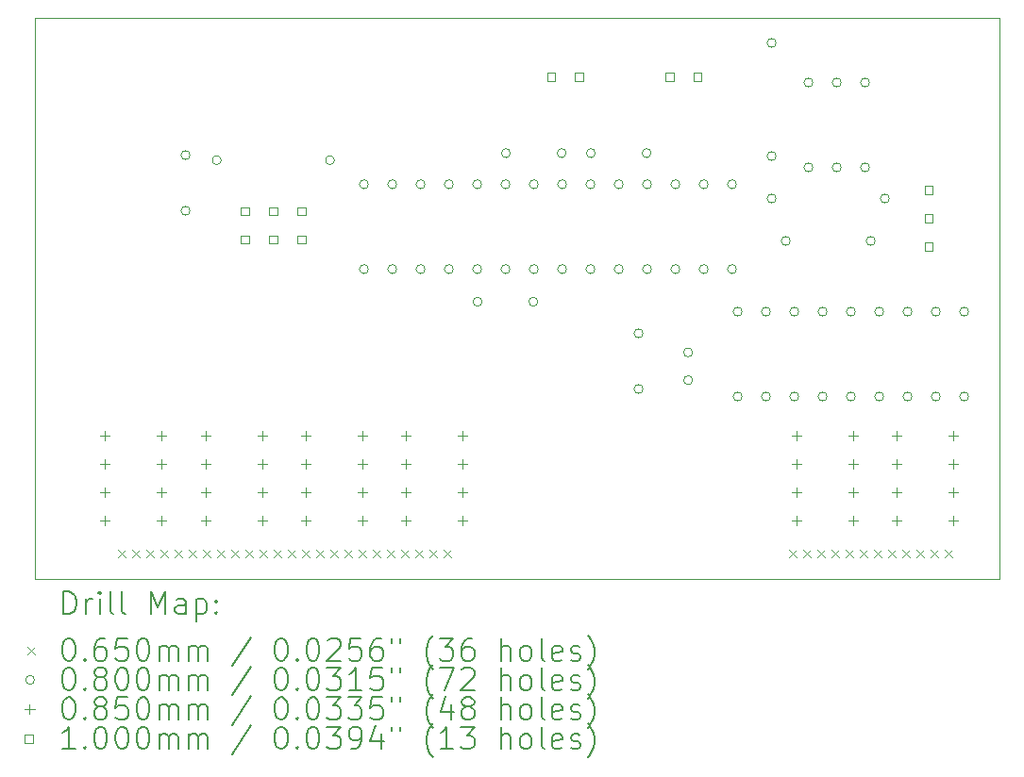
<source format=gbr>
%TF.GenerationSoftware,KiCad,Pcbnew,9.0.5*%
%TF.CreationDate,2025-10-26T11:27:22+01:00*%
%TF.ProjectId,rec_play_switch_module,7265635f-706c-4617-995f-737769746368,rev?*%
%TF.SameCoordinates,Original*%
%TF.FileFunction,Drillmap*%
%TF.FilePolarity,Positive*%
%FSLAX45Y45*%
G04 Gerber Fmt 4.5, Leading zero omitted, Abs format (unit mm)*
G04 Created by KiCad (PCBNEW 9.0.5) date 2025-10-26 11:27:22*
%MOMM*%
%LPD*%
G01*
G04 APERTURE LIST*
%ADD10C,0.050000*%
%ADD11C,0.200000*%
%ADD12C,0.100000*%
G04 APERTURE END LIST*
D10*
X12769600Y-4249100D02*
X21425200Y-4249100D01*
X21425200Y-9283700D01*
X12769600Y-9283700D01*
X12769600Y-4249100D01*
D11*
D12*
X13518400Y-9022600D02*
X13583400Y-9087600D01*
X13583400Y-9022600D02*
X13518400Y-9087600D01*
X13645400Y-9022600D02*
X13710400Y-9087600D01*
X13710400Y-9022600D02*
X13645400Y-9087600D01*
X13772400Y-9022600D02*
X13837400Y-9087600D01*
X13837400Y-9022600D02*
X13772400Y-9087600D01*
X13899400Y-9022600D02*
X13964400Y-9087600D01*
X13964400Y-9022600D02*
X13899400Y-9087600D01*
X14026400Y-9022600D02*
X14091400Y-9087600D01*
X14091400Y-9022600D02*
X14026400Y-9087600D01*
X14153400Y-9022600D02*
X14218400Y-9087600D01*
X14218400Y-9022600D02*
X14153400Y-9087600D01*
X14280400Y-9022600D02*
X14345400Y-9087600D01*
X14345400Y-9022600D02*
X14280400Y-9087600D01*
X14407400Y-9022600D02*
X14472400Y-9087600D01*
X14472400Y-9022600D02*
X14407400Y-9087600D01*
X14534400Y-9022600D02*
X14599400Y-9087600D01*
X14599400Y-9022600D02*
X14534400Y-9087600D01*
X14661400Y-9022600D02*
X14726400Y-9087600D01*
X14726400Y-9022600D02*
X14661400Y-9087600D01*
X14788400Y-9022600D02*
X14853400Y-9087600D01*
X14853400Y-9022600D02*
X14788400Y-9087600D01*
X14915400Y-9022600D02*
X14980400Y-9087600D01*
X14980400Y-9022600D02*
X14915400Y-9087600D01*
X15042400Y-9022600D02*
X15107400Y-9087600D01*
X15107400Y-9022600D02*
X15042400Y-9087600D01*
X15169400Y-9022600D02*
X15234400Y-9087600D01*
X15234400Y-9022600D02*
X15169400Y-9087600D01*
X15296400Y-9022600D02*
X15361400Y-9087600D01*
X15361400Y-9022600D02*
X15296400Y-9087600D01*
X15423400Y-9022600D02*
X15488400Y-9087600D01*
X15488400Y-9022600D02*
X15423400Y-9087600D01*
X15550400Y-9022600D02*
X15615400Y-9087600D01*
X15615400Y-9022600D02*
X15550400Y-9087600D01*
X15677400Y-9022600D02*
X15742400Y-9087600D01*
X15742400Y-9022600D02*
X15677400Y-9087600D01*
X15804400Y-9022600D02*
X15869400Y-9087600D01*
X15869400Y-9022600D02*
X15804400Y-9087600D01*
X15931400Y-9022600D02*
X15996400Y-9087600D01*
X15996400Y-9022600D02*
X15931400Y-9087600D01*
X16058400Y-9022600D02*
X16123400Y-9087600D01*
X16123400Y-9022600D02*
X16058400Y-9087600D01*
X16185400Y-9022600D02*
X16250400Y-9087600D01*
X16250400Y-9022600D02*
X16185400Y-9087600D01*
X16312400Y-9022600D02*
X16377400Y-9087600D01*
X16377400Y-9022600D02*
X16312400Y-9087600D01*
X16439400Y-9022600D02*
X16504400Y-9087600D01*
X16504400Y-9022600D02*
X16439400Y-9087600D01*
X19539800Y-9022600D02*
X19604800Y-9087600D01*
X19604800Y-9022600D02*
X19539800Y-9087600D01*
X19666800Y-9022600D02*
X19731800Y-9087600D01*
X19731800Y-9022600D02*
X19666800Y-9087600D01*
X19793800Y-9022600D02*
X19858800Y-9087600D01*
X19858800Y-9022600D02*
X19793800Y-9087600D01*
X19920800Y-9022600D02*
X19985800Y-9087600D01*
X19985800Y-9022600D02*
X19920800Y-9087600D01*
X20047800Y-9022600D02*
X20112800Y-9087600D01*
X20112800Y-9022600D02*
X20047800Y-9087600D01*
X20174800Y-9022600D02*
X20239800Y-9087600D01*
X20239800Y-9022600D02*
X20174800Y-9087600D01*
X20301800Y-9022600D02*
X20366800Y-9087600D01*
X20366800Y-9022600D02*
X20301800Y-9087600D01*
X20428800Y-9022600D02*
X20493800Y-9087600D01*
X20493800Y-9022600D02*
X20428800Y-9087600D01*
X20555800Y-9022600D02*
X20620800Y-9087600D01*
X20620800Y-9022600D02*
X20555800Y-9087600D01*
X20682800Y-9022600D02*
X20747800Y-9087600D01*
X20747800Y-9022600D02*
X20682800Y-9087600D01*
X20809800Y-9022600D02*
X20874800Y-9087600D01*
X20874800Y-9022600D02*
X20809800Y-9087600D01*
X20936800Y-9022600D02*
X21001800Y-9087600D01*
X21001800Y-9022600D02*
X20936800Y-9087600D01*
X14162400Y-5477700D02*
G75*
G02*
X14082400Y-5477700I-40000J0D01*
G01*
X14082400Y-5477700D02*
G75*
G02*
X14162400Y-5477700I40000J0D01*
G01*
X14162400Y-5977700D02*
G75*
G02*
X14082400Y-5977700I-40000J0D01*
G01*
X14082400Y-5977700D02*
G75*
G02*
X14162400Y-5977700I40000J0D01*
G01*
X14441800Y-5524500D02*
G75*
G02*
X14361800Y-5524500I-40000J0D01*
G01*
X14361800Y-5524500D02*
G75*
G02*
X14441800Y-5524500I40000J0D01*
G01*
X15457800Y-5524500D02*
G75*
G02*
X15377800Y-5524500I-40000J0D01*
G01*
X15377800Y-5524500D02*
G75*
G02*
X15457800Y-5524500I40000J0D01*
G01*
X15762600Y-5739900D02*
G75*
G02*
X15682600Y-5739900I-40000J0D01*
G01*
X15682600Y-5739900D02*
G75*
G02*
X15762600Y-5739900I40000J0D01*
G01*
X15762600Y-6501900D02*
G75*
G02*
X15682600Y-6501900I-40000J0D01*
G01*
X15682600Y-6501900D02*
G75*
G02*
X15762600Y-6501900I40000J0D01*
G01*
X16016600Y-5739900D02*
G75*
G02*
X15936600Y-5739900I-40000J0D01*
G01*
X15936600Y-5739900D02*
G75*
G02*
X16016600Y-5739900I40000J0D01*
G01*
X16016600Y-6501900D02*
G75*
G02*
X15936600Y-6501900I-40000J0D01*
G01*
X15936600Y-6501900D02*
G75*
G02*
X16016600Y-6501900I40000J0D01*
G01*
X16270600Y-5739900D02*
G75*
G02*
X16190600Y-5739900I-40000J0D01*
G01*
X16190600Y-5739900D02*
G75*
G02*
X16270600Y-5739900I40000J0D01*
G01*
X16270600Y-6501900D02*
G75*
G02*
X16190600Y-6501900I-40000J0D01*
G01*
X16190600Y-6501900D02*
G75*
G02*
X16270600Y-6501900I40000J0D01*
G01*
X16524600Y-5739900D02*
G75*
G02*
X16444600Y-5739900I-40000J0D01*
G01*
X16444600Y-5739900D02*
G75*
G02*
X16524600Y-5739900I40000J0D01*
G01*
X16524600Y-6501900D02*
G75*
G02*
X16444600Y-6501900I-40000J0D01*
G01*
X16444600Y-6501900D02*
G75*
G02*
X16524600Y-6501900I40000J0D01*
G01*
X16778600Y-5739900D02*
G75*
G02*
X16698600Y-5739900I-40000J0D01*
G01*
X16698600Y-5739900D02*
G75*
G02*
X16778600Y-5739900I40000J0D01*
G01*
X16778600Y-6501900D02*
G75*
G02*
X16698600Y-6501900I-40000J0D01*
G01*
X16698600Y-6501900D02*
G75*
G02*
X16778600Y-6501900I40000J0D01*
G01*
X16782600Y-6794500D02*
G75*
G02*
X16702600Y-6794500I-40000J0D01*
G01*
X16702600Y-6794500D02*
G75*
G02*
X16782600Y-6794500I40000J0D01*
G01*
X17032600Y-5739900D02*
G75*
G02*
X16952600Y-5739900I-40000J0D01*
G01*
X16952600Y-5739900D02*
G75*
G02*
X17032600Y-5739900I40000J0D01*
G01*
X17032600Y-6501900D02*
G75*
G02*
X16952600Y-6501900I-40000J0D01*
G01*
X16952600Y-6501900D02*
G75*
G02*
X17032600Y-6501900I40000J0D01*
G01*
X17036600Y-5461000D02*
G75*
G02*
X16956600Y-5461000I-40000J0D01*
G01*
X16956600Y-5461000D02*
G75*
G02*
X17036600Y-5461000I40000J0D01*
G01*
X17282600Y-6794500D02*
G75*
G02*
X17202600Y-6794500I-40000J0D01*
G01*
X17202600Y-6794500D02*
G75*
G02*
X17282600Y-6794500I40000J0D01*
G01*
X17286600Y-5739900D02*
G75*
G02*
X17206600Y-5739900I-40000J0D01*
G01*
X17206600Y-5739900D02*
G75*
G02*
X17286600Y-5739900I40000J0D01*
G01*
X17286600Y-6501900D02*
G75*
G02*
X17206600Y-6501900I-40000J0D01*
G01*
X17206600Y-6501900D02*
G75*
G02*
X17286600Y-6501900I40000J0D01*
G01*
X17536600Y-5461000D02*
G75*
G02*
X17456600Y-5461000I-40000J0D01*
G01*
X17456600Y-5461000D02*
G75*
G02*
X17536600Y-5461000I40000J0D01*
G01*
X17540600Y-5739900D02*
G75*
G02*
X17460600Y-5739900I-40000J0D01*
G01*
X17460600Y-5739900D02*
G75*
G02*
X17540600Y-5739900I40000J0D01*
G01*
X17540600Y-6501900D02*
G75*
G02*
X17460600Y-6501900I-40000J0D01*
G01*
X17460600Y-6501900D02*
G75*
G02*
X17540600Y-6501900I40000J0D01*
G01*
X17794600Y-5739900D02*
G75*
G02*
X17714600Y-5739900I-40000J0D01*
G01*
X17714600Y-5739900D02*
G75*
G02*
X17794600Y-5739900I40000J0D01*
G01*
X17794600Y-6501900D02*
G75*
G02*
X17714600Y-6501900I-40000J0D01*
G01*
X17714600Y-6501900D02*
G75*
G02*
X17794600Y-6501900I40000J0D01*
G01*
X17798600Y-5461000D02*
G75*
G02*
X17718600Y-5461000I-40000J0D01*
G01*
X17718600Y-5461000D02*
G75*
G02*
X17798600Y-5461000I40000J0D01*
G01*
X18048600Y-5739900D02*
G75*
G02*
X17968600Y-5739900I-40000J0D01*
G01*
X17968600Y-5739900D02*
G75*
G02*
X18048600Y-5739900I40000J0D01*
G01*
X18048600Y-6501900D02*
G75*
G02*
X17968600Y-6501900I-40000J0D01*
G01*
X17968600Y-6501900D02*
G75*
G02*
X18048600Y-6501900I40000J0D01*
G01*
X18226400Y-7077900D02*
G75*
G02*
X18146400Y-7077900I-40000J0D01*
G01*
X18146400Y-7077900D02*
G75*
G02*
X18226400Y-7077900I40000J0D01*
G01*
X18226400Y-7577900D02*
G75*
G02*
X18146400Y-7577900I-40000J0D01*
G01*
X18146400Y-7577900D02*
G75*
G02*
X18226400Y-7577900I40000J0D01*
G01*
X18298600Y-5461000D02*
G75*
G02*
X18218600Y-5461000I-40000J0D01*
G01*
X18218600Y-5461000D02*
G75*
G02*
X18298600Y-5461000I40000J0D01*
G01*
X18302600Y-5739900D02*
G75*
G02*
X18222600Y-5739900I-40000J0D01*
G01*
X18222600Y-5739900D02*
G75*
G02*
X18302600Y-5739900I40000J0D01*
G01*
X18302600Y-6501900D02*
G75*
G02*
X18222600Y-6501900I-40000J0D01*
G01*
X18222600Y-6501900D02*
G75*
G02*
X18302600Y-6501900I40000J0D01*
G01*
X18556600Y-5739900D02*
G75*
G02*
X18476600Y-5739900I-40000J0D01*
G01*
X18476600Y-5739900D02*
G75*
G02*
X18556600Y-5739900I40000J0D01*
G01*
X18556600Y-6501900D02*
G75*
G02*
X18476600Y-6501900I-40000J0D01*
G01*
X18476600Y-6501900D02*
G75*
G02*
X18556600Y-6501900I40000J0D01*
G01*
X18670900Y-7249211D02*
G75*
G02*
X18590900Y-7249211I-40000J0D01*
G01*
X18590900Y-7249211D02*
G75*
G02*
X18670900Y-7249211I40000J0D01*
G01*
X18670900Y-7499211D02*
G75*
G02*
X18590900Y-7499211I-40000J0D01*
G01*
X18590900Y-7499211D02*
G75*
G02*
X18670900Y-7499211I40000J0D01*
G01*
X18810600Y-5739900D02*
G75*
G02*
X18730600Y-5739900I-40000J0D01*
G01*
X18730600Y-5739900D02*
G75*
G02*
X18810600Y-5739900I40000J0D01*
G01*
X18810600Y-6501900D02*
G75*
G02*
X18730600Y-6501900I-40000J0D01*
G01*
X18730600Y-6501900D02*
G75*
G02*
X18810600Y-6501900I40000J0D01*
G01*
X19064600Y-5739900D02*
G75*
G02*
X18984600Y-5739900I-40000J0D01*
G01*
X18984600Y-5739900D02*
G75*
G02*
X19064600Y-5739900I40000J0D01*
G01*
X19064600Y-6501900D02*
G75*
G02*
X18984600Y-6501900I-40000J0D01*
G01*
X18984600Y-6501900D02*
G75*
G02*
X19064600Y-6501900I40000J0D01*
G01*
X19115400Y-6883400D02*
G75*
G02*
X19035400Y-6883400I-40000J0D01*
G01*
X19035400Y-6883400D02*
G75*
G02*
X19115400Y-6883400I40000J0D01*
G01*
X19115400Y-7645400D02*
G75*
G02*
X19035400Y-7645400I-40000J0D01*
G01*
X19035400Y-7645400D02*
G75*
G02*
X19115400Y-7645400I40000J0D01*
G01*
X19369400Y-6883400D02*
G75*
G02*
X19289400Y-6883400I-40000J0D01*
G01*
X19289400Y-6883400D02*
G75*
G02*
X19369400Y-6883400I40000J0D01*
G01*
X19369400Y-7645400D02*
G75*
G02*
X19289400Y-7645400I-40000J0D01*
G01*
X19289400Y-7645400D02*
G75*
G02*
X19369400Y-7645400I40000J0D01*
G01*
X19420200Y-4470400D02*
G75*
G02*
X19340200Y-4470400I-40000J0D01*
G01*
X19340200Y-4470400D02*
G75*
G02*
X19420200Y-4470400I40000J0D01*
G01*
X19420200Y-5486400D02*
G75*
G02*
X19340200Y-5486400I-40000J0D01*
G01*
X19340200Y-5486400D02*
G75*
G02*
X19420200Y-5486400I40000J0D01*
G01*
X19420200Y-5867400D02*
G75*
G02*
X19340200Y-5867400I-40000J0D01*
G01*
X19340200Y-5867400D02*
G75*
G02*
X19420200Y-5867400I40000J0D01*
G01*
X19547200Y-6248400D02*
G75*
G02*
X19467200Y-6248400I-40000J0D01*
G01*
X19467200Y-6248400D02*
G75*
G02*
X19547200Y-6248400I40000J0D01*
G01*
X19623400Y-6883400D02*
G75*
G02*
X19543400Y-6883400I-40000J0D01*
G01*
X19543400Y-6883400D02*
G75*
G02*
X19623400Y-6883400I40000J0D01*
G01*
X19623400Y-7645400D02*
G75*
G02*
X19543400Y-7645400I-40000J0D01*
G01*
X19543400Y-7645400D02*
G75*
G02*
X19623400Y-7645400I40000J0D01*
G01*
X19750400Y-4826000D02*
G75*
G02*
X19670400Y-4826000I-40000J0D01*
G01*
X19670400Y-4826000D02*
G75*
G02*
X19750400Y-4826000I40000J0D01*
G01*
X19750400Y-5588000D02*
G75*
G02*
X19670400Y-5588000I-40000J0D01*
G01*
X19670400Y-5588000D02*
G75*
G02*
X19750400Y-5588000I40000J0D01*
G01*
X19877400Y-6883400D02*
G75*
G02*
X19797400Y-6883400I-40000J0D01*
G01*
X19797400Y-6883400D02*
G75*
G02*
X19877400Y-6883400I40000J0D01*
G01*
X19877400Y-7645400D02*
G75*
G02*
X19797400Y-7645400I-40000J0D01*
G01*
X19797400Y-7645400D02*
G75*
G02*
X19877400Y-7645400I40000J0D01*
G01*
X20004400Y-4826000D02*
G75*
G02*
X19924400Y-4826000I-40000J0D01*
G01*
X19924400Y-4826000D02*
G75*
G02*
X20004400Y-4826000I40000J0D01*
G01*
X20004400Y-5588000D02*
G75*
G02*
X19924400Y-5588000I-40000J0D01*
G01*
X19924400Y-5588000D02*
G75*
G02*
X20004400Y-5588000I40000J0D01*
G01*
X20131400Y-6883400D02*
G75*
G02*
X20051400Y-6883400I-40000J0D01*
G01*
X20051400Y-6883400D02*
G75*
G02*
X20131400Y-6883400I40000J0D01*
G01*
X20131400Y-7645400D02*
G75*
G02*
X20051400Y-7645400I-40000J0D01*
G01*
X20051400Y-7645400D02*
G75*
G02*
X20131400Y-7645400I40000J0D01*
G01*
X20258400Y-4826000D02*
G75*
G02*
X20178400Y-4826000I-40000J0D01*
G01*
X20178400Y-4826000D02*
G75*
G02*
X20258400Y-4826000I40000J0D01*
G01*
X20258400Y-5588000D02*
G75*
G02*
X20178400Y-5588000I-40000J0D01*
G01*
X20178400Y-5588000D02*
G75*
G02*
X20258400Y-5588000I40000J0D01*
G01*
X20309200Y-6248400D02*
G75*
G02*
X20229200Y-6248400I-40000J0D01*
G01*
X20229200Y-6248400D02*
G75*
G02*
X20309200Y-6248400I40000J0D01*
G01*
X20385400Y-6883400D02*
G75*
G02*
X20305400Y-6883400I-40000J0D01*
G01*
X20305400Y-6883400D02*
G75*
G02*
X20385400Y-6883400I40000J0D01*
G01*
X20385400Y-7645400D02*
G75*
G02*
X20305400Y-7645400I-40000J0D01*
G01*
X20305400Y-7645400D02*
G75*
G02*
X20385400Y-7645400I40000J0D01*
G01*
X20436200Y-5867400D02*
G75*
G02*
X20356200Y-5867400I-40000J0D01*
G01*
X20356200Y-5867400D02*
G75*
G02*
X20436200Y-5867400I40000J0D01*
G01*
X20639400Y-6883400D02*
G75*
G02*
X20559400Y-6883400I-40000J0D01*
G01*
X20559400Y-6883400D02*
G75*
G02*
X20639400Y-6883400I40000J0D01*
G01*
X20639400Y-7645400D02*
G75*
G02*
X20559400Y-7645400I-40000J0D01*
G01*
X20559400Y-7645400D02*
G75*
G02*
X20639400Y-7645400I40000J0D01*
G01*
X20893400Y-6883400D02*
G75*
G02*
X20813400Y-6883400I-40000J0D01*
G01*
X20813400Y-6883400D02*
G75*
G02*
X20893400Y-6883400I40000J0D01*
G01*
X20893400Y-7645400D02*
G75*
G02*
X20813400Y-7645400I-40000J0D01*
G01*
X20813400Y-7645400D02*
G75*
G02*
X20893400Y-7645400I40000J0D01*
G01*
X21147400Y-6883400D02*
G75*
G02*
X21067400Y-6883400I-40000J0D01*
G01*
X21067400Y-6883400D02*
G75*
G02*
X21147400Y-6883400I40000J0D01*
G01*
X21147400Y-7645400D02*
G75*
G02*
X21067400Y-7645400I-40000J0D01*
G01*
X21067400Y-7645400D02*
G75*
G02*
X21147400Y-7645400I40000J0D01*
G01*
X13400000Y-7957500D02*
X13400000Y-8042500D01*
X13357500Y-8000000D02*
X13442500Y-8000000D01*
X13400000Y-8211500D02*
X13400000Y-8296500D01*
X13357500Y-8254000D02*
X13442500Y-8254000D01*
X13400000Y-8465500D02*
X13400000Y-8550500D01*
X13357500Y-8508000D02*
X13442500Y-8508000D01*
X13400000Y-8719500D02*
X13400000Y-8804500D01*
X13357500Y-8762000D02*
X13442500Y-8762000D01*
X13908000Y-7957500D02*
X13908000Y-8042500D01*
X13865500Y-8000000D02*
X13950500Y-8000000D01*
X13908000Y-8211500D02*
X13908000Y-8296500D01*
X13865500Y-8254000D02*
X13950500Y-8254000D01*
X13908000Y-8465500D02*
X13908000Y-8550500D01*
X13865500Y-8508000D02*
X13950500Y-8508000D01*
X13908000Y-8719500D02*
X13908000Y-8804500D01*
X13865500Y-8762000D02*
X13950500Y-8762000D01*
X14300000Y-7957500D02*
X14300000Y-8042500D01*
X14257500Y-8000000D02*
X14342500Y-8000000D01*
X14300000Y-8211500D02*
X14300000Y-8296500D01*
X14257500Y-8254000D02*
X14342500Y-8254000D01*
X14300000Y-8465500D02*
X14300000Y-8550500D01*
X14257500Y-8508000D02*
X14342500Y-8508000D01*
X14300000Y-8719500D02*
X14300000Y-8804500D01*
X14257500Y-8762000D02*
X14342500Y-8762000D01*
X14808000Y-7957500D02*
X14808000Y-8042500D01*
X14765500Y-8000000D02*
X14850500Y-8000000D01*
X14808000Y-8211500D02*
X14808000Y-8296500D01*
X14765500Y-8254000D02*
X14850500Y-8254000D01*
X14808000Y-8465500D02*
X14808000Y-8550500D01*
X14765500Y-8508000D02*
X14850500Y-8508000D01*
X14808000Y-8719500D02*
X14808000Y-8804500D01*
X14765500Y-8762000D02*
X14850500Y-8762000D01*
X15200000Y-7957500D02*
X15200000Y-8042500D01*
X15157500Y-8000000D02*
X15242500Y-8000000D01*
X15200000Y-8211500D02*
X15200000Y-8296500D01*
X15157500Y-8254000D02*
X15242500Y-8254000D01*
X15200000Y-8465500D02*
X15200000Y-8550500D01*
X15157500Y-8508000D02*
X15242500Y-8508000D01*
X15200000Y-8719500D02*
X15200000Y-8804500D01*
X15157500Y-8762000D02*
X15242500Y-8762000D01*
X15708000Y-7957500D02*
X15708000Y-8042500D01*
X15665500Y-8000000D02*
X15750500Y-8000000D01*
X15708000Y-8211500D02*
X15708000Y-8296500D01*
X15665500Y-8254000D02*
X15750500Y-8254000D01*
X15708000Y-8465500D02*
X15708000Y-8550500D01*
X15665500Y-8508000D02*
X15750500Y-8508000D01*
X15708000Y-8719500D02*
X15708000Y-8804500D01*
X15665500Y-8762000D02*
X15750500Y-8762000D01*
X16100000Y-7957500D02*
X16100000Y-8042500D01*
X16057500Y-8000000D02*
X16142500Y-8000000D01*
X16100000Y-8211500D02*
X16100000Y-8296500D01*
X16057500Y-8254000D02*
X16142500Y-8254000D01*
X16100000Y-8465500D02*
X16100000Y-8550500D01*
X16057500Y-8508000D02*
X16142500Y-8508000D01*
X16100000Y-8719500D02*
X16100000Y-8804500D01*
X16057500Y-8762000D02*
X16142500Y-8762000D01*
X16608000Y-7957500D02*
X16608000Y-8042500D01*
X16565500Y-8000000D02*
X16650500Y-8000000D01*
X16608000Y-8211500D02*
X16608000Y-8296500D01*
X16565500Y-8254000D02*
X16650500Y-8254000D01*
X16608000Y-8465500D02*
X16608000Y-8550500D01*
X16565500Y-8508000D02*
X16650500Y-8508000D01*
X16608000Y-8719500D02*
X16608000Y-8804500D01*
X16565500Y-8762000D02*
X16650500Y-8762000D01*
X19600000Y-7957500D02*
X19600000Y-8042500D01*
X19557500Y-8000000D02*
X19642500Y-8000000D01*
X19600000Y-8211500D02*
X19600000Y-8296500D01*
X19557500Y-8254000D02*
X19642500Y-8254000D01*
X19600000Y-8465500D02*
X19600000Y-8550500D01*
X19557500Y-8508000D02*
X19642500Y-8508000D01*
X19600000Y-8719500D02*
X19600000Y-8804500D01*
X19557500Y-8762000D02*
X19642500Y-8762000D01*
X20108000Y-7957500D02*
X20108000Y-8042500D01*
X20065500Y-8000000D02*
X20150500Y-8000000D01*
X20108000Y-8211500D02*
X20108000Y-8296500D01*
X20065500Y-8254000D02*
X20150500Y-8254000D01*
X20108000Y-8465500D02*
X20108000Y-8550500D01*
X20065500Y-8508000D02*
X20150500Y-8508000D01*
X20108000Y-8719500D02*
X20108000Y-8804500D01*
X20065500Y-8762000D02*
X20150500Y-8762000D01*
X20500000Y-7957500D02*
X20500000Y-8042500D01*
X20457500Y-8000000D02*
X20542500Y-8000000D01*
X20500000Y-8211500D02*
X20500000Y-8296500D01*
X20457500Y-8254000D02*
X20542500Y-8254000D01*
X20500000Y-8465500D02*
X20500000Y-8550500D01*
X20457500Y-8508000D02*
X20542500Y-8508000D01*
X20500000Y-8719500D02*
X20500000Y-8804500D01*
X20457500Y-8762000D02*
X20542500Y-8762000D01*
X21008000Y-7957500D02*
X21008000Y-8042500D01*
X20965500Y-8000000D02*
X21050500Y-8000000D01*
X21008000Y-8211500D02*
X21008000Y-8296500D01*
X20965500Y-8254000D02*
X21050500Y-8254000D01*
X21008000Y-8465500D02*
X21008000Y-8550500D01*
X20965500Y-8508000D02*
X21050500Y-8508000D01*
X21008000Y-8719500D02*
X21008000Y-8804500D01*
X20965500Y-8762000D02*
X21050500Y-8762000D01*
X14691156Y-6017556D02*
X14691156Y-5946844D01*
X14620444Y-5946844D01*
X14620444Y-6017556D01*
X14691156Y-6017556D01*
X14691156Y-6271556D02*
X14691156Y-6200844D01*
X14620444Y-6200844D01*
X14620444Y-6271556D01*
X14691156Y-6271556D01*
X14945156Y-6017556D02*
X14945156Y-5946844D01*
X14874444Y-5946844D01*
X14874444Y-6017556D01*
X14945156Y-6017556D01*
X14945156Y-6271556D02*
X14945156Y-6200844D01*
X14874444Y-6200844D01*
X14874444Y-6271556D01*
X14945156Y-6271556D01*
X15199156Y-6017556D02*
X15199156Y-5946844D01*
X15128444Y-5946844D01*
X15128444Y-6017556D01*
X15199156Y-6017556D01*
X15199156Y-6271556D02*
X15199156Y-6200844D01*
X15128444Y-6200844D01*
X15128444Y-6271556D01*
X15199156Y-6271556D01*
X17436356Y-4811396D02*
X17436356Y-4740684D01*
X17365644Y-4740684D01*
X17365644Y-4811396D01*
X17436356Y-4811396D01*
X17686356Y-4811396D02*
X17686356Y-4740684D01*
X17615644Y-4740684D01*
X17615644Y-4811396D01*
X17686356Y-4811396D01*
X18501156Y-4810556D02*
X18501156Y-4739844D01*
X18430444Y-4739844D01*
X18430444Y-4810556D01*
X18501156Y-4810556D01*
X18751156Y-4810556D02*
X18751156Y-4739844D01*
X18680444Y-4739844D01*
X18680444Y-4810556D01*
X18751156Y-4810556D01*
X20826606Y-5826556D02*
X20826606Y-5755844D01*
X20755894Y-5755844D01*
X20755894Y-5826556D01*
X20826606Y-5826556D01*
X20826606Y-6080556D02*
X20826606Y-6009844D01*
X20755894Y-6009844D01*
X20755894Y-6080556D01*
X20826606Y-6080556D01*
X20826606Y-6334556D02*
X20826606Y-6263844D01*
X20755894Y-6263844D01*
X20755894Y-6334556D01*
X20826606Y-6334556D01*
D11*
X13027877Y-9597684D02*
X13027877Y-9397684D01*
X13027877Y-9397684D02*
X13075496Y-9397684D01*
X13075496Y-9397684D02*
X13104067Y-9407208D01*
X13104067Y-9407208D02*
X13123115Y-9426255D01*
X13123115Y-9426255D02*
X13132639Y-9445303D01*
X13132639Y-9445303D02*
X13142162Y-9483398D01*
X13142162Y-9483398D02*
X13142162Y-9511970D01*
X13142162Y-9511970D02*
X13132639Y-9550065D01*
X13132639Y-9550065D02*
X13123115Y-9569112D01*
X13123115Y-9569112D02*
X13104067Y-9588160D01*
X13104067Y-9588160D02*
X13075496Y-9597684D01*
X13075496Y-9597684D02*
X13027877Y-9597684D01*
X13227877Y-9597684D02*
X13227877Y-9464350D01*
X13227877Y-9502446D02*
X13237401Y-9483398D01*
X13237401Y-9483398D02*
X13246924Y-9473874D01*
X13246924Y-9473874D02*
X13265972Y-9464350D01*
X13265972Y-9464350D02*
X13285020Y-9464350D01*
X13351686Y-9597684D02*
X13351686Y-9464350D01*
X13351686Y-9397684D02*
X13342162Y-9407208D01*
X13342162Y-9407208D02*
X13351686Y-9416731D01*
X13351686Y-9416731D02*
X13361210Y-9407208D01*
X13361210Y-9407208D02*
X13351686Y-9397684D01*
X13351686Y-9397684D02*
X13351686Y-9416731D01*
X13475496Y-9597684D02*
X13456448Y-9588160D01*
X13456448Y-9588160D02*
X13446924Y-9569112D01*
X13446924Y-9569112D02*
X13446924Y-9397684D01*
X13580258Y-9597684D02*
X13561210Y-9588160D01*
X13561210Y-9588160D02*
X13551686Y-9569112D01*
X13551686Y-9569112D02*
X13551686Y-9397684D01*
X13808829Y-9597684D02*
X13808829Y-9397684D01*
X13808829Y-9397684D02*
X13875496Y-9540541D01*
X13875496Y-9540541D02*
X13942162Y-9397684D01*
X13942162Y-9397684D02*
X13942162Y-9597684D01*
X14123115Y-9597684D02*
X14123115Y-9492922D01*
X14123115Y-9492922D02*
X14113591Y-9473874D01*
X14113591Y-9473874D02*
X14094543Y-9464350D01*
X14094543Y-9464350D02*
X14056448Y-9464350D01*
X14056448Y-9464350D02*
X14037401Y-9473874D01*
X14123115Y-9588160D02*
X14104067Y-9597684D01*
X14104067Y-9597684D02*
X14056448Y-9597684D01*
X14056448Y-9597684D02*
X14037401Y-9588160D01*
X14037401Y-9588160D02*
X14027877Y-9569112D01*
X14027877Y-9569112D02*
X14027877Y-9550065D01*
X14027877Y-9550065D02*
X14037401Y-9531017D01*
X14037401Y-9531017D02*
X14056448Y-9521493D01*
X14056448Y-9521493D02*
X14104067Y-9521493D01*
X14104067Y-9521493D02*
X14123115Y-9511970D01*
X14218353Y-9464350D02*
X14218353Y-9664350D01*
X14218353Y-9473874D02*
X14237401Y-9464350D01*
X14237401Y-9464350D02*
X14275496Y-9464350D01*
X14275496Y-9464350D02*
X14294543Y-9473874D01*
X14294543Y-9473874D02*
X14304067Y-9483398D01*
X14304067Y-9483398D02*
X14313591Y-9502446D01*
X14313591Y-9502446D02*
X14313591Y-9559589D01*
X14313591Y-9559589D02*
X14304067Y-9578636D01*
X14304067Y-9578636D02*
X14294543Y-9588160D01*
X14294543Y-9588160D02*
X14275496Y-9597684D01*
X14275496Y-9597684D02*
X14237401Y-9597684D01*
X14237401Y-9597684D02*
X14218353Y-9588160D01*
X14399305Y-9578636D02*
X14408829Y-9588160D01*
X14408829Y-9588160D02*
X14399305Y-9597684D01*
X14399305Y-9597684D02*
X14389782Y-9588160D01*
X14389782Y-9588160D02*
X14399305Y-9578636D01*
X14399305Y-9578636D02*
X14399305Y-9597684D01*
X14399305Y-9473874D02*
X14408829Y-9483398D01*
X14408829Y-9483398D02*
X14399305Y-9492922D01*
X14399305Y-9492922D02*
X14389782Y-9483398D01*
X14389782Y-9483398D02*
X14399305Y-9473874D01*
X14399305Y-9473874D02*
X14399305Y-9492922D01*
D12*
X12702100Y-9893700D02*
X12767100Y-9958700D01*
X12767100Y-9893700D02*
X12702100Y-9958700D01*
D11*
X13065972Y-9817684D02*
X13085020Y-9817684D01*
X13085020Y-9817684D02*
X13104067Y-9827208D01*
X13104067Y-9827208D02*
X13113591Y-9836731D01*
X13113591Y-9836731D02*
X13123115Y-9855779D01*
X13123115Y-9855779D02*
X13132639Y-9893874D01*
X13132639Y-9893874D02*
X13132639Y-9941493D01*
X13132639Y-9941493D02*
X13123115Y-9979589D01*
X13123115Y-9979589D02*
X13113591Y-9998636D01*
X13113591Y-9998636D02*
X13104067Y-10008160D01*
X13104067Y-10008160D02*
X13085020Y-10017684D01*
X13085020Y-10017684D02*
X13065972Y-10017684D01*
X13065972Y-10017684D02*
X13046924Y-10008160D01*
X13046924Y-10008160D02*
X13037401Y-9998636D01*
X13037401Y-9998636D02*
X13027877Y-9979589D01*
X13027877Y-9979589D02*
X13018353Y-9941493D01*
X13018353Y-9941493D02*
X13018353Y-9893874D01*
X13018353Y-9893874D02*
X13027877Y-9855779D01*
X13027877Y-9855779D02*
X13037401Y-9836731D01*
X13037401Y-9836731D02*
X13046924Y-9827208D01*
X13046924Y-9827208D02*
X13065972Y-9817684D01*
X13218353Y-9998636D02*
X13227877Y-10008160D01*
X13227877Y-10008160D02*
X13218353Y-10017684D01*
X13218353Y-10017684D02*
X13208829Y-10008160D01*
X13208829Y-10008160D02*
X13218353Y-9998636D01*
X13218353Y-9998636D02*
X13218353Y-10017684D01*
X13399305Y-9817684D02*
X13361210Y-9817684D01*
X13361210Y-9817684D02*
X13342162Y-9827208D01*
X13342162Y-9827208D02*
X13332639Y-9836731D01*
X13332639Y-9836731D02*
X13313591Y-9865303D01*
X13313591Y-9865303D02*
X13304067Y-9903398D01*
X13304067Y-9903398D02*
X13304067Y-9979589D01*
X13304067Y-9979589D02*
X13313591Y-9998636D01*
X13313591Y-9998636D02*
X13323115Y-10008160D01*
X13323115Y-10008160D02*
X13342162Y-10017684D01*
X13342162Y-10017684D02*
X13380258Y-10017684D01*
X13380258Y-10017684D02*
X13399305Y-10008160D01*
X13399305Y-10008160D02*
X13408829Y-9998636D01*
X13408829Y-9998636D02*
X13418353Y-9979589D01*
X13418353Y-9979589D02*
X13418353Y-9931970D01*
X13418353Y-9931970D02*
X13408829Y-9912922D01*
X13408829Y-9912922D02*
X13399305Y-9903398D01*
X13399305Y-9903398D02*
X13380258Y-9893874D01*
X13380258Y-9893874D02*
X13342162Y-9893874D01*
X13342162Y-9893874D02*
X13323115Y-9903398D01*
X13323115Y-9903398D02*
X13313591Y-9912922D01*
X13313591Y-9912922D02*
X13304067Y-9931970D01*
X13599305Y-9817684D02*
X13504067Y-9817684D01*
X13504067Y-9817684D02*
X13494543Y-9912922D01*
X13494543Y-9912922D02*
X13504067Y-9903398D01*
X13504067Y-9903398D02*
X13523115Y-9893874D01*
X13523115Y-9893874D02*
X13570734Y-9893874D01*
X13570734Y-9893874D02*
X13589782Y-9903398D01*
X13589782Y-9903398D02*
X13599305Y-9912922D01*
X13599305Y-9912922D02*
X13608829Y-9931970D01*
X13608829Y-9931970D02*
X13608829Y-9979589D01*
X13608829Y-9979589D02*
X13599305Y-9998636D01*
X13599305Y-9998636D02*
X13589782Y-10008160D01*
X13589782Y-10008160D02*
X13570734Y-10017684D01*
X13570734Y-10017684D02*
X13523115Y-10017684D01*
X13523115Y-10017684D02*
X13504067Y-10008160D01*
X13504067Y-10008160D02*
X13494543Y-9998636D01*
X13732639Y-9817684D02*
X13751686Y-9817684D01*
X13751686Y-9817684D02*
X13770734Y-9827208D01*
X13770734Y-9827208D02*
X13780258Y-9836731D01*
X13780258Y-9836731D02*
X13789782Y-9855779D01*
X13789782Y-9855779D02*
X13799305Y-9893874D01*
X13799305Y-9893874D02*
X13799305Y-9941493D01*
X13799305Y-9941493D02*
X13789782Y-9979589D01*
X13789782Y-9979589D02*
X13780258Y-9998636D01*
X13780258Y-9998636D02*
X13770734Y-10008160D01*
X13770734Y-10008160D02*
X13751686Y-10017684D01*
X13751686Y-10017684D02*
X13732639Y-10017684D01*
X13732639Y-10017684D02*
X13713591Y-10008160D01*
X13713591Y-10008160D02*
X13704067Y-9998636D01*
X13704067Y-9998636D02*
X13694543Y-9979589D01*
X13694543Y-9979589D02*
X13685020Y-9941493D01*
X13685020Y-9941493D02*
X13685020Y-9893874D01*
X13685020Y-9893874D02*
X13694543Y-9855779D01*
X13694543Y-9855779D02*
X13704067Y-9836731D01*
X13704067Y-9836731D02*
X13713591Y-9827208D01*
X13713591Y-9827208D02*
X13732639Y-9817684D01*
X13885020Y-10017684D02*
X13885020Y-9884350D01*
X13885020Y-9903398D02*
X13894543Y-9893874D01*
X13894543Y-9893874D02*
X13913591Y-9884350D01*
X13913591Y-9884350D02*
X13942163Y-9884350D01*
X13942163Y-9884350D02*
X13961210Y-9893874D01*
X13961210Y-9893874D02*
X13970734Y-9912922D01*
X13970734Y-9912922D02*
X13970734Y-10017684D01*
X13970734Y-9912922D02*
X13980258Y-9893874D01*
X13980258Y-9893874D02*
X13999305Y-9884350D01*
X13999305Y-9884350D02*
X14027877Y-9884350D01*
X14027877Y-9884350D02*
X14046924Y-9893874D01*
X14046924Y-9893874D02*
X14056448Y-9912922D01*
X14056448Y-9912922D02*
X14056448Y-10017684D01*
X14151686Y-10017684D02*
X14151686Y-9884350D01*
X14151686Y-9903398D02*
X14161210Y-9893874D01*
X14161210Y-9893874D02*
X14180258Y-9884350D01*
X14180258Y-9884350D02*
X14208829Y-9884350D01*
X14208829Y-9884350D02*
X14227877Y-9893874D01*
X14227877Y-9893874D02*
X14237401Y-9912922D01*
X14237401Y-9912922D02*
X14237401Y-10017684D01*
X14237401Y-9912922D02*
X14246924Y-9893874D01*
X14246924Y-9893874D02*
X14265972Y-9884350D01*
X14265972Y-9884350D02*
X14294543Y-9884350D01*
X14294543Y-9884350D02*
X14313591Y-9893874D01*
X14313591Y-9893874D02*
X14323115Y-9912922D01*
X14323115Y-9912922D02*
X14323115Y-10017684D01*
X14713591Y-9808160D02*
X14542163Y-10065303D01*
X14970734Y-9817684D02*
X14989782Y-9817684D01*
X14989782Y-9817684D02*
X15008829Y-9827208D01*
X15008829Y-9827208D02*
X15018353Y-9836731D01*
X15018353Y-9836731D02*
X15027877Y-9855779D01*
X15027877Y-9855779D02*
X15037401Y-9893874D01*
X15037401Y-9893874D02*
X15037401Y-9941493D01*
X15037401Y-9941493D02*
X15027877Y-9979589D01*
X15027877Y-9979589D02*
X15018353Y-9998636D01*
X15018353Y-9998636D02*
X15008829Y-10008160D01*
X15008829Y-10008160D02*
X14989782Y-10017684D01*
X14989782Y-10017684D02*
X14970734Y-10017684D01*
X14970734Y-10017684D02*
X14951686Y-10008160D01*
X14951686Y-10008160D02*
X14942163Y-9998636D01*
X14942163Y-9998636D02*
X14932639Y-9979589D01*
X14932639Y-9979589D02*
X14923115Y-9941493D01*
X14923115Y-9941493D02*
X14923115Y-9893874D01*
X14923115Y-9893874D02*
X14932639Y-9855779D01*
X14932639Y-9855779D02*
X14942163Y-9836731D01*
X14942163Y-9836731D02*
X14951686Y-9827208D01*
X14951686Y-9827208D02*
X14970734Y-9817684D01*
X15123115Y-9998636D02*
X15132639Y-10008160D01*
X15132639Y-10008160D02*
X15123115Y-10017684D01*
X15123115Y-10017684D02*
X15113591Y-10008160D01*
X15113591Y-10008160D02*
X15123115Y-9998636D01*
X15123115Y-9998636D02*
X15123115Y-10017684D01*
X15256448Y-9817684D02*
X15275496Y-9817684D01*
X15275496Y-9817684D02*
X15294544Y-9827208D01*
X15294544Y-9827208D02*
X15304067Y-9836731D01*
X15304067Y-9836731D02*
X15313591Y-9855779D01*
X15313591Y-9855779D02*
X15323115Y-9893874D01*
X15323115Y-9893874D02*
X15323115Y-9941493D01*
X15323115Y-9941493D02*
X15313591Y-9979589D01*
X15313591Y-9979589D02*
X15304067Y-9998636D01*
X15304067Y-9998636D02*
X15294544Y-10008160D01*
X15294544Y-10008160D02*
X15275496Y-10017684D01*
X15275496Y-10017684D02*
X15256448Y-10017684D01*
X15256448Y-10017684D02*
X15237401Y-10008160D01*
X15237401Y-10008160D02*
X15227877Y-9998636D01*
X15227877Y-9998636D02*
X15218353Y-9979589D01*
X15218353Y-9979589D02*
X15208829Y-9941493D01*
X15208829Y-9941493D02*
X15208829Y-9893874D01*
X15208829Y-9893874D02*
X15218353Y-9855779D01*
X15218353Y-9855779D02*
X15227877Y-9836731D01*
X15227877Y-9836731D02*
X15237401Y-9827208D01*
X15237401Y-9827208D02*
X15256448Y-9817684D01*
X15399306Y-9836731D02*
X15408829Y-9827208D01*
X15408829Y-9827208D02*
X15427877Y-9817684D01*
X15427877Y-9817684D02*
X15475496Y-9817684D01*
X15475496Y-9817684D02*
X15494544Y-9827208D01*
X15494544Y-9827208D02*
X15504067Y-9836731D01*
X15504067Y-9836731D02*
X15513591Y-9855779D01*
X15513591Y-9855779D02*
X15513591Y-9874827D01*
X15513591Y-9874827D02*
X15504067Y-9903398D01*
X15504067Y-9903398D02*
X15389782Y-10017684D01*
X15389782Y-10017684D02*
X15513591Y-10017684D01*
X15694544Y-9817684D02*
X15599306Y-9817684D01*
X15599306Y-9817684D02*
X15589782Y-9912922D01*
X15589782Y-9912922D02*
X15599306Y-9903398D01*
X15599306Y-9903398D02*
X15618353Y-9893874D01*
X15618353Y-9893874D02*
X15665972Y-9893874D01*
X15665972Y-9893874D02*
X15685020Y-9903398D01*
X15685020Y-9903398D02*
X15694544Y-9912922D01*
X15694544Y-9912922D02*
X15704067Y-9931970D01*
X15704067Y-9931970D02*
X15704067Y-9979589D01*
X15704067Y-9979589D02*
X15694544Y-9998636D01*
X15694544Y-9998636D02*
X15685020Y-10008160D01*
X15685020Y-10008160D02*
X15665972Y-10017684D01*
X15665972Y-10017684D02*
X15618353Y-10017684D01*
X15618353Y-10017684D02*
X15599306Y-10008160D01*
X15599306Y-10008160D02*
X15589782Y-9998636D01*
X15875496Y-9817684D02*
X15837401Y-9817684D01*
X15837401Y-9817684D02*
X15818353Y-9827208D01*
X15818353Y-9827208D02*
X15808829Y-9836731D01*
X15808829Y-9836731D02*
X15789782Y-9865303D01*
X15789782Y-9865303D02*
X15780258Y-9903398D01*
X15780258Y-9903398D02*
X15780258Y-9979589D01*
X15780258Y-9979589D02*
X15789782Y-9998636D01*
X15789782Y-9998636D02*
X15799306Y-10008160D01*
X15799306Y-10008160D02*
X15818353Y-10017684D01*
X15818353Y-10017684D02*
X15856448Y-10017684D01*
X15856448Y-10017684D02*
X15875496Y-10008160D01*
X15875496Y-10008160D02*
X15885020Y-9998636D01*
X15885020Y-9998636D02*
X15894544Y-9979589D01*
X15894544Y-9979589D02*
X15894544Y-9931970D01*
X15894544Y-9931970D02*
X15885020Y-9912922D01*
X15885020Y-9912922D02*
X15875496Y-9903398D01*
X15875496Y-9903398D02*
X15856448Y-9893874D01*
X15856448Y-9893874D02*
X15818353Y-9893874D01*
X15818353Y-9893874D02*
X15799306Y-9903398D01*
X15799306Y-9903398D02*
X15789782Y-9912922D01*
X15789782Y-9912922D02*
X15780258Y-9931970D01*
X15970734Y-9817684D02*
X15970734Y-9855779D01*
X16046925Y-9817684D02*
X16046925Y-9855779D01*
X16342163Y-10093874D02*
X16332639Y-10084350D01*
X16332639Y-10084350D02*
X16313591Y-10055779D01*
X16313591Y-10055779D02*
X16304068Y-10036731D01*
X16304068Y-10036731D02*
X16294544Y-10008160D01*
X16294544Y-10008160D02*
X16285020Y-9960541D01*
X16285020Y-9960541D02*
X16285020Y-9922446D01*
X16285020Y-9922446D02*
X16294544Y-9874827D01*
X16294544Y-9874827D02*
X16304068Y-9846255D01*
X16304068Y-9846255D02*
X16313591Y-9827208D01*
X16313591Y-9827208D02*
X16332639Y-9798636D01*
X16332639Y-9798636D02*
X16342163Y-9789112D01*
X16399306Y-9817684D02*
X16523115Y-9817684D01*
X16523115Y-9817684D02*
X16456448Y-9893874D01*
X16456448Y-9893874D02*
X16485020Y-9893874D01*
X16485020Y-9893874D02*
X16504068Y-9903398D01*
X16504068Y-9903398D02*
X16513591Y-9912922D01*
X16513591Y-9912922D02*
X16523115Y-9931970D01*
X16523115Y-9931970D02*
X16523115Y-9979589D01*
X16523115Y-9979589D02*
X16513591Y-9998636D01*
X16513591Y-9998636D02*
X16504068Y-10008160D01*
X16504068Y-10008160D02*
X16485020Y-10017684D01*
X16485020Y-10017684D02*
X16427877Y-10017684D01*
X16427877Y-10017684D02*
X16408829Y-10008160D01*
X16408829Y-10008160D02*
X16399306Y-9998636D01*
X16694544Y-9817684D02*
X16656448Y-9817684D01*
X16656448Y-9817684D02*
X16637401Y-9827208D01*
X16637401Y-9827208D02*
X16627877Y-9836731D01*
X16627877Y-9836731D02*
X16608829Y-9865303D01*
X16608829Y-9865303D02*
X16599306Y-9903398D01*
X16599306Y-9903398D02*
X16599306Y-9979589D01*
X16599306Y-9979589D02*
X16608829Y-9998636D01*
X16608829Y-9998636D02*
X16618353Y-10008160D01*
X16618353Y-10008160D02*
X16637401Y-10017684D01*
X16637401Y-10017684D02*
X16675496Y-10017684D01*
X16675496Y-10017684D02*
X16694544Y-10008160D01*
X16694544Y-10008160D02*
X16704068Y-9998636D01*
X16704068Y-9998636D02*
X16713591Y-9979589D01*
X16713591Y-9979589D02*
X16713591Y-9931970D01*
X16713591Y-9931970D02*
X16704068Y-9912922D01*
X16704068Y-9912922D02*
X16694544Y-9903398D01*
X16694544Y-9903398D02*
X16675496Y-9893874D01*
X16675496Y-9893874D02*
X16637401Y-9893874D01*
X16637401Y-9893874D02*
X16618353Y-9903398D01*
X16618353Y-9903398D02*
X16608829Y-9912922D01*
X16608829Y-9912922D02*
X16599306Y-9931970D01*
X16951687Y-10017684D02*
X16951687Y-9817684D01*
X17037401Y-10017684D02*
X17037401Y-9912922D01*
X17037401Y-9912922D02*
X17027877Y-9893874D01*
X17027877Y-9893874D02*
X17008830Y-9884350D01*
X17008830Y-9884350D02*
X16980258Y-9884350D01*
X16980258Y-9884350D02*
X16961211Y-9893874D01*
X16961211Y-9893874D02*
X16951687Y-9903398D01*
X17161211Y-10017684D02*
X17142163Y-10008160D01*
X17142163Y-10008160D02*
X17132639Y-9998636D01*
X17132639Y-9998636D02*
X17123115Y-9979589D01*
X17123115Y-9979589D02*
X17123115Y-9922446D01*
X17123115Y-9922446D02*
X17132639Y-9903398D01*
X17132639Y-9903398D02*
X17142163Y-9893874D01*
X17142163Y-9893874D02*
X17161211Y-9884350D01*
X17161211Y-9884350D02*
X17189782Y-9884350D01*
X17189782Y-9884350D02*
X17208830Y-9893874D01*
X17208830Y-9893874D02*
X17218353Y-9903398D01*
X17218353Y-9903398D02*
X17227877Y-9922446D01*
X17227877Y-9922446D02*
X17227877Y-9979589D01*
X17227877Y-9979589D02*
X17218353Y-9998636D01*
X17218353Y-9998636D02*
X17208830Y-10008160D01*
X17208830Y-10008160D02*
X17189782Y-10017684D01*
X17189782Y-10017684D02*
X17161211Y-10017684D01*
X17342163Y-10017684D02*
X17323115Y-10008160D01*
X17323115Y-10008160D02*
X17313592Y-9989112D01*
X17313592Y-9989112D02*
X17313592Y-9817684D01*
X17494544Y-10008160D02*
X17475496Y-10017684D01*
X17475496Y-10017684D02*
X17437401Y-10017684D01*
X17437401Y-10017684D02*
X17418353Y-10008160D01*
X17418353Y-10008160D02*
X17408830Y-9989112D01*
X17408830Y-9989112D02*
X17408830Y-9912922D01*
X17408830Y-9912922D02*
X17418353Y-9893874D01*
X17418353Y-9893874D02*
X17437401Y-9884350D01*
X17437401Y-9884350D02*
X17475496Y-9884350D01*
X17475496Y-9884350D02*
X17494544Y-9893874D01*
X17494544Y-9893874D02*
X17504068Y-9912922D01*
X17504068Y-9912922D02*
X17504068Y-9931970D01*
X17504068Y-9931970D02*
X17408830Y-9951017D01*
X17580258Y-10008160D02*
X17599306Y-10017684D01*
X17599306Y-10017684D02*
X17637401Y-10017684D01*
X17637401Y-10017684D02*
X17656449Y-10008160D01*
X17656449Y-10008160D02*
X17665973Y-9989112D01*
X17665973Y-9989112D02*
X17665973Y-9979589D01*
X17665973Y-9979589D02*
X17656449Y-9960541D01*
X17656449Y-9960541D02*
X17637401Y-9951017D01*
X17637401Y-9951017D02*
X17608830Y-9951017D01*
X17608830Y-9951017D02*
X17589782Y-9941493D01*
X17589782Y-9941493D02*
X17580258Y-9922446D01*
X17580258Y-9922446D02*
X17580258Y-9912922D01*
X17580258Y-9912922D02*
X17589782Y-9893874D01*
X17589782Y-9893874D02*
X17608830Y-9884350D01*
X17608830Y-9884350D02*
X17637401Y-9884350D01*
X17637401Y-9884350D02*
X17656449Y-9893874D01*
X17732639Y-10093874D02*
X17742163Y-10084350D01*
X17742163Y-10084350D02*
X17761211Y-10055779D01*
X17761211Y-10055779D02*
X17770734Y-10036731D01*
X17770734Y-10036731D02*
X17780258Y-10008160D01*
X17780258Y-10008160D02*
X17789782Y-9960541D01*
X17789782Y-9960541D02*
X17789782Y-9922446D01*
X17789782Y-9922446D02*
X17780258Y-9874827D01*
X17780258Y-9874827D02*
X17770734Y-9846255D01*
X17770734Y-9846255D02*
X17761211Y-9827208D01*
X17761211Y-9827208D02*
X17742163Y-9798636D01*
X17742163Y-9798636D02*
X17732639Y-9789112D01*
D12*
X12767100Y-10190200D02*
G75*
G02*
X12687100Y-10190200I-40000J0D01*
G01*
X12687100Y-10190200D02*
G75*
G02*
X12767100Y-10190200I40000J0D01*
G01*
D11*
X13065972Y-10081684D02*
X13085020Y-10081684D01*
X13085020Y-10081684D02*
X13104067Y-10091208D01*
X13104067Y-10091208D02*
X13113591Y-10100731D01*
X13113591Y-10100731D02*
X13123115Y-10119779D01*
X13123115Y-10119779D02*
X13132639Y-10157874D01*
X13132639Y-10157874D02*
X13132639Y-10205493D01*
X13132639Y-10205493D02*
X13123115Y-10243589D01*
X13123115Y-10243589D02*
X13113591Y-10262636D01*
X13113591Y-10262636D02*
X13104067Y-10272160D01*
X13104067Y-10272160D02*
X13085020Y-10281684D01*
X13085020Y-10281684D02*
X13065972Y-10281684D01*
X13065972Y-10281684D02*
X13046924Y-10272160D01*
X13046924Y-10272160D02*
X13037401Y-10262636D01*
X13037401Y-10262636D02*
X13027877Y-10243589D01*
X13027877Y-10243589D02*
X13018353Y-10205493D01*
X13018353Y-10205493D02*
X13018353Y-10157874D01*
X13018353Y-10157874D02*
X13027877Y-10119779D01*
X13027877Y-10119779D02*
X13037401Y-10100731D01*
X13037401Y-10100731D02*
X13046924Y-10091208D01*
X13046924Y-10091208D02*
X13065972Y-10081684D01*
X13218353Y-10262636D02*
X13227877Y-10272160D01*
X13227877Y-10272160D02*
X13218353Y-10281684D01*
X13218353Y-10281684D02*
X13208829Y-10272160D01*
X13208829Y-10272160D02*
X13218353Y-10262636D01*
X13218353Y-10262636D02*
X13218353Y-10281684D01*
X13342162Y-10167398D02*
X13323115Y-10157874D01*
X13323115Y-10157874D02*
X13313591Y-10148350D01*
X13313591Y-10148350D02*
X13304067Y-10129303D01*
X13304067Y-10129303D02*
X13304067Y-10119779D01*
X13304067Y-10119779D02*
X13313591Y-10100731D01*
X13313591Y-10100731D02*
X13323115Y-10091208D01*
X13323115Y-10091208D02*
X13342162Y-10081684D01*
X13342162Y-10081684D02*
X13380258Y-10081684D01*
X13380258Y-10081684D02*
X13399305Y-10091208D01*
X13399305Y-10091208D02*
X13408829Y-10100731D01*
X13408829Y-10100731D02*
X13418353Y-10119779D01*
X13418353Y-10119779D02*
X13418353Y-10129303D01*
X13418353Y-10129303D02*
X13408829Y-10148350D01*
X13408829Y-10148350D02*
X13399305Y-10157874D01*
X13399305Y-10157874D02*
X13380258Y-10167398D01*
X13380258Y-10167398D02*
X13342162Y-10167398D01*
X13342162Y-10167398D02*
X13323115Y-10176922D01*
X13323115Y-10176922D02*
X13313591Y-10186446D01*
X13313591Y-10186446D02*
X13304067Y-10205493D01*
X13304067Y-10205493D02*
X13304067Y-10243589D01*
X13304067Y-10243589D02*
X13313591Y-10262636D01*
X13313591Y-10262636D02*
X13323115Y-10272160D01*
X13323115Y-10272160D02*
X13342162Y-10281684D01*
X13342162Y-10281684D02*
X13380258Y-10281684D01*
X13380258Y-10281684D02*
X13399305Y-10272160D01*
X13399305Y-10272160D02*
X13408829Y-10262636D01*
X13408829Y-10262636D02*
X13418353Y-10243589D01*
X13418353Y-10243589D02*
X13418353Y-10205493D01*
X13418353Y-10205493D02*
X13408829Y-10186446D01*
X13408829Y-10186446D02*
X13399305Y-10176922D01*
X13399305Y-10176922D02*
X13380258Y-10167398D01*
X13542162Y-10081684D02*
X13561210Y-10081684D01*
X13561210Y-10081684D02*
X13580258Y-10091208D01*
X13580258Y-10091208D02*
X13589782Y-10100731D01*
X13589782Y-10100731D02*
X13599305Y-10119779D01*
X13599305Y-10119779D02*
X13608829Y-10157874D01*
X13608829Y-10157874D02*
X13608829Y-10205493D01*
X13608829Y-10205493D02*
X13599305Y-10243589D01*
X13599305Y-10243589D02*
X13589782Y-10262636D01*
X13589782Y-10262636D02*
X13580258Y-10272160D01*
X13580258Y-10272160D02*
X13561210Y-10281684D01*
X13561210Y-10281684D02*
X13542162Y-10281684D01*
X13542162Y-10281684D02*
X13523115Y-10272160D01*
X13523115Y-10272160D02*
X13513591Y-10262636D01*
X13513591Y-10262636D02*
X13504067Y-10243589D01*
X13504067Y-10243589D02*
X13494543Y-10205493D01*
X13494543Y-10205493D02*
X13494543Y-10157874D01*
X13494543Y-10157874D02*
X13504067Y-10119779D01*
X13504067Y-10119779D02*
X13513591Y-10100731D01*
X13513591Y-10100731D02*
X13523115Y-10091208D01*
X13523115Y-10091208D02*
X13542162Y-10081684D01*
X13732639Y-10081684D02*
X13751686Y-10081684D01*
X13751686Y-10081684D02*
X13770734Y-10091208D01*
X13770734Y-10091208D02*
X13780258Y-10100731D01*
X13780258Y-10100731D02*
X13789782Y-10119779D01*
X13789782Y-10119779D02*
X13799305Y-10157874D01*
X13799305Y-10157874D02*
X13799305Y-10205493D01*
X13799305Y-10205493D02*
X13789782Y-10243589D01*
X13789782Y-10243589D02*
X13780258Y-10262636D01*
X13780258Y-10262636D02*
X13770734Y-10272160D01*
X13770734Y-10272160D02*
X13751686Y-10281684D01*
X13751686Y-10281684D02*
X13732639Y-10281684D01*
X13732639Y-10281684D02*
X13713591Y-10272160D01*
X13713591Y-10272160D02*
X13704067Y-10262636D01*
X13704067Y-10262636D02*
X13694543Y-10243589D01*
X13694543Y-10243589D02*
X13685020Y-10205493D01*
X13685020Y-10205493D02*
X13685020Y-10157874D01*
X13685020Y-10157874D02*
X13694543Y-10119779D01*
X13694543Y-10119779D02*
X13704067Y-10100731D01*
X13704067Y-10100731D02*
X13713591Y-10091208D01*
X13713591Y-10091208D02*
X13732639Y-10081684D01*
X13885020Y-10281684D02*
X13885020Y-10148350D01*
X13885020Y-10167398D02*
X13894543Y-10157874D01*
X13894543Y-10157874D02*
X13913591Y-10148350D01*
X13913591Y-10148350D02*
X13942163Y-10148350D01*
X13942163Y-10148350D02*
X13961210Y-10157874D01*
X13961210Y-10157874D02*
X13970734Y-10176922D01*
X13970734Y-10176922D02*
X13970734Y-10281684D01*
X13970734Y-10176922D02*
X13980258Y-10157874D01*
X13980258Y-10157874D02*
X13999305Y-10148350D01*
X13999305Y-10148350D02*
X14027877Y-10148350D01*
X14027877Y-10148350D02*
X14046924Y-10157874D01*
X14046924Y-10157874D02*
X14056448Y-10176922D01*
X14056448Y-10176922D02*
X14056448Y-10281684D01*
X14151686Y-10281684D02*
X14151686Y-10148350D01*
X14151686Y-10167398D02*
X14161210Y-10157874D01*
X14161210Y-10157874D02*
X14180258Y-10148350D01*
X14180258Y-10148350D02*
X14208829Y-10148350D01*
X14208829Y-10148350D02*
X14227877Y-10157874D01*
X14227877Y-10157874D02*
X14237401Y-10176922D01*
X14237401Y-10176922D02*
X14237401Y-10281684D01*
X14237401Y-10176922D02*
X14246924Y-10157874D01*
X14246924Y-10157874D02*
X14265972Y-10148350D01*
X14265972Y-10148350D02*
X14294543Y-10148350D01*
X14294543Y-10148350D02*
X14313591Y-10157874D01*
X14313591Y-10157874D02*
X14323115Y-10176922D01*
X14323115Y-10176922D02*
X14323115Y-10281684D01*
X14713591Y-10072160D02*
X14542163Y-10329303D01*
X14970734Y-10081684D02*
X14989782Y-10081684D01*
X14989782Y-10081684D02*
X15008829Y-10091208D01*
X15008829Y-10091208D02*
X15018353Y-10100731D01*
X15018353Y-10100731D02*
X15027877Y-10119779D01*
X15027877Y-10119779D02*
X15037401Y-10157874D01*
X15037401Y-10157874D02*
X15037401Y-10205493D01*
X15037401Y-10205493D02*
X15027877Y-10243589D01*
X15027877Y-10243589D02*
X15018353Y-10262636D01*
X15018353Y-10262636D02*
X15008829Y-10272160D01*
X15008829Y-10272160D02*
X14989782Y-10281684D01*
X14989782Y-10281684D02*
X14970734Y-10281684D01*
X14970734Y-10281684D02*
X14951686Y-10272160D01*
X14951686Y-10272160D02*
X14942163Y-10262636D01*
X14942163Y-10262636D02*
X14932639Y-10243589D01*
X14932639Y-10243589D02*
X14923115Y-10205493D01*
X14923115Y-10205493D02*
X14923115Y-10157874D01*
X14923115Y-10157874D02*
X14932639Y-10119779D01*
X14932639Y-10119779D02*
X14942163Y-10100731D01*
X14942163Y-10100731D02*
X14951686Y-10091208D01*
X14951686Y-10091208D02*
X14970734Y-10081684D01*
X15123115Y-10262636D02*
X15132639Y-10272160D01*
X15132639Y-10272160D02*
X15123115Y-10281684D01*
X15123115Y-10281684D02*
X15113591Y-10272160D01*
X15113591Y-10272160D02*
X15123115Y-10262636D01*
X15123115Y-10262636D02*
X15123115Y-10281684D01*
X15256448Y-10081684D02*
X15275496Y-10081684D01*
X15275496Y-10081684D02*
X15294544Y-10091208D01*
X15294544Y-10091208D02*
X15304067Y-10100731D01*
X15304067Y-10100731D02*
X15313591Y-10119779D01*
X15313591Y-10119779D02*
X15323115Y-10157874D01*
X15323115Y-10157874D02*
X15323115Y-10205493D01*
X15323115Y-10205493D02*
X15313591Y-10243589D01*
X15313591Y-10243589D02*
X15304067Y-10262636D01*
X15304067Y-10262636D02*
X15294544Y-10272160D01*
X15294544Y-10272160D02*
X15275496Y-10281684D01*
X15275496Y-10281684D02*
X15256448Y-10281684D01*
X15256448Y-10281684D02*
X15237401Y-10272160D01*
X15237401Y-10272160D02*
X15227877Y-10262636D01*
X15227877Y-10262636D02*
X15218353Y-10243589D01*
X15218353Y-10243589D02*
X15208829Y-10205493D01*
X15208829Y-10205493D02*
X15208829Y-10157874D01*
X15208829Y-10157874D02*
X15218353Y-10119779D01*
X15218353Y-10119779D02*
X15227877Y-10100731D01*
X15227877Y-10100731D02*
X15237401Y-10091208D01*
X15237401Y-10091208D02*
X15256448Y-10081684D01*
X15389782Y-10081684D02*
X15513591Y-10081684D01*
X15513591Y-10081684D02*
X15446925Y-10157874D01*
X15446925Y-10157874D02*
X15475496Y-10157874D01*
X15475496Y-10157874D02*
X15494544Y-10167398D01*
X15494544Y-10167398D02*
X15504067Y-10176922D01*
X15504067Y-10176922D02*
X15513591Y-10195970D01*
X15513591Y-10195970D02*
X15513591Y-10243589D01*
X15513591Y-10243589D02*
X15504067Y-10262636D01*
X15504067Y-10262636D02*
X15494544Y-10272160D01*
X15494544Y-10272160D02*
X15475496Y-10281684D01*
X15475496Y-10281684D02*
X15418353Y-10281684D01*
X15418353Y-10281684D02*
X15399306Y-10272160D01*
X15399306Y-10272160D02*
X15389782Y-10262636D01*
X15704067Y-10281684D02*
X15589782Y-10281684D01*
X15646925Y-10281684D02*
X15646925Y-10081684D01*
X15646925Y-10081684D02*
X15627877Y-10110255D01*
X15627877Y-10110255D02*
X15608829Y-10129303D01*
X15608829Y-10129303D02*
X15589782Y-10138827D01*
X15885020Y-10081684D02*
X15789782Y-10081684D01*
X15789782Y-10081684D02*
X15780258Y-10176922D01*
X15780258Y-10176922D02*
X15789782Y-10167398D01*
X15789782Y-10167398D02*
X15808829Y-10157874D01*
X15808829Y-10157874D02*
X15856448Y-10157874D01*
X15856448Y-10157874D02*
X15875496Y-10167398D01*
X15875496Y-10167398D02*
X15885020Y-10176922D01*
X15885020Y-10176922D02*
X15894544Y-10195970D01*
X15894544Y-10195970D02*
X15894544Y-10243589D01*
X15894544Y-10243589D02*
X15885020Y-10262636D01*
X15885020Y-10262636D02*
X15875496Y-10272160D01*
X15875496Y-10272160D02*
X15856448Y-10281684D01*
X15856448Y-10281684D02*
X15808829Y-10281684D01*
X15808829Y-10281684D02*
X15789782Y-10272160D01*
X15789782Y-10272160D02*
X15780258Y-10262636D01*
X15970734Y-10081684D02*
X15970734Y-10119779D01*
X16046925Y-10081684D02*
X16046925Y-10119779D01*
X16342163Y-10357874D02*
X16332639Y-10348350D01*
X16332639Y-10348350D02*
X16313591Y-10319779D01*
X16313591Y-10319779D02*
X16304068Y-10300731D01*
X16304068Y-10300731D02*
X16294544Y-10272160D01*
X16294544Y-10272160D02*
X16285020Y-10224541D01*
X16285020Y-10224541D02*
X16285020Y-10186446D01*
X16285020Y-10186446D02*
X16294544Y-10138827D01*
X16294544Y-10138827D02*
X16304068Y-10110255D01*
X16304068Y-10110255D02*
X16313591Y-10091208D01*
X16313591Y-10091208D02*
X16332639Y-10062636D01*
X16332639Y-10062636D02*
X16342163Y-10053112D01*
X16399306Y-10081684D02*
X16532639Y-10081684D01*
X16532639Y-10081684D02*
X16446925Y-10281684D01*
X16599306Y-10100731D02*
X16608829Y-10091208D01*
X16608829Y-10091208D02*
X16627877Y-10081684D01*
X16627877Y-10081684D02*
X16675496Y-10081684D01*
X16675496Y-10081684D02*
X16694544Y-10091208D01*
X16694544Y-10091208D02*
X16704068Y-10100731D01*
X16704068Y-10100731D02*
X16713591Y-10119779D01*
X16713591Y-10119779D02*
X16713591Y-10138827D01*
X16713591Y-10138827D02*
X16704068Y-10167398D01*
X16704068Y-10167398D02*
X16589782Y-10281684D01*
X16589782Y-10281684D02*
X16713591Y-10281684D01*
X16951687Y-10281684D02*
X16951687Y-10081684D01*
X17037401Y-10281684D02*
X17037401Y-10176922D01*
X17037401Y-10176922D02*
X17027877Y-10157874D01*
X17027877Y-10157874D02*
X17008830Y-10148350D01*
X17008830Y-10148350D02*
X16980258Y-10148350D01*
X16980258Y-10148350D02*
X16961211Y-10157874D01*
X16961211Y-10157874D02*
X16951687Y-10167398D01*
X17161211Y-10281684D02*
X17142163Y-10272160D01*
X17142163Y-10272160D02*
X17132639Y-10262636D01*
X17132639Y-10262636D02*
X17123115Y-10243589D01*
X17123115Y-10243589D02*
X17123115Y-10186446D01*
X17123115Y-10186446D02*
X17132639Y-10167398D01*
X17132639Y-10167398D02*
X17142163Y-10157874D01*
X17142163Y-10157874D02*
X17161211Y-10148350D01*
X17161211Y-10148350D02*
X17189782Y-10148350D01*
X17189782Y-10148350D02*
X17208830Y-10157874D01*
X17208830Y-10157874D02*
X17218353Y-10167398D01*
X17218353Y-10167398D02*
X17227877Y-10186446D01*
X17227877Y-10186446D02*
X17227877Y-10243589D01*
X17227877Y-10243589D02*
X17218353Y-10262636D01*
X17218353Y-10262636D02*
X17208830Y-10272160D01*
X17208830Y-10272160D02*
X17189782Y-10281684D01*
X17189782Y-10281684D02*
X17161211Y-10281684D01*
X17342163Y-10281684D02*
X17323115Y-10272160D01*
X17323115Y-10272160D02*
X17313592Y-10253112D01*
X17313592Y-10253112D02*
X17313592Y-10081684D01*
X17494544Y-10272160D02*
X17475496Y-10281684D01*
X17475496Y-10281684D02*
X17437401Y-10281684D01*
X17437401Y-10281684D02*
X17418353Y-10272160D01*
X17418353Y-10272160D02*
X17408830Y-10253112D01*
X17408830Y-10253112D02*
X17408830Y-10176922D01*
X17408830Y-10176922D02*
X17418353Y-10157874D01*
X17418353Y-10157874D02*
X17437401Y-10148350D01*
X17437401Y-10148350D02*
X17475496Y-10148350D01*
X17475496Y-10148350D02*
X17494544Y-10157874D01*
X17494544Y-10157874D02*
X17504068Y-10176922D01*
X17504068Y-10176922D02*
X17504068Y-10195970D01*
X17504068Y-10195970D02*
X17408830Y-10215017D01*
X17580258Y-10272160D02*
X17599306Y-10281684D01*
X17599306Y-10281684D02*
X17637401Y-10281684D01*
X17637401Y-10281684D02*
X17656449Y-10272160D01*
X17656449Y-10272160D02*
X17665973Y-10253112D01*
X17665973Y-10253112D02*
X17665973Y-10243589D01*
X17665973Y-10243589D02*
X17656449Y-10224541D01*
X17656449Y-10224541D02*
X17637401Y-10215017D01*
X17637401Y-10215017D02*
X17608830Y-10215017D01*
X17608830Y-10215017D02*
X17589782Y-10205493D01*
X17589782Y-10205493D02*
X17580258Y-10186446D01*
X17580258Y-10186446D02*
X17580258Y-10176922D01*
X17580258Y-10176922D02*
X17589782Y-10157874D01*
X17589782Y-10157874D02*
X17608830Y-10148350D01*
X17608830Y-10148350D02*
X17637401Y-10148350D01*
X17637401Y-10148350D02*
X17656449Y-10157874D01*
X17732639Y-10357874D02*
X17742163Y-10348350D01*
X17742163Y-10348350D02*
X17761211Y-10319779D01*
X17761211Y-10319779D02*
X17770734Y-10300731D01*
X17770734Y-10300731D02*
X17780258Y-10272160D01*
X17780258Y-10272160D02*
X17789782Y-10224541D01*
X17789782Y-10224541D02*
X17789782Y-10186446D01*
X17789782Y-10186446D02*
X17780258Y-10138827D01*
X17780258Y-10138827D02*
X17770734Y-10110255D01*
X17770734Y-10110255D02*
X17761211Y-10091208D01*
X17761211Y-10091208D02*
X17742163Y-10062636D01*
X17742163Y-10062636D02*
X17732639Y-10053112D01*
D12*
X12724600Y-10411700D02*
X12724600Y-10496700D01*
X12682100Y-10454200D02*
X12767100Y-10454200D01*
D11*
X13065972Y-10345684D02*
X13085020Y-10345684D01*
X13085020Y-10345684D02*
X13104067Y-10355208D01*
X13104067Y-10355208D02*
X13113591Y-10364731D01*
X13113591Y-10364731D02*
X13123115Y-10383779D01*
X13123115Y-10383779D02*
X13132639Y-10421874D01*
X13132639Y-10421874D02*
X13132639Y-10469493D01*
X13132639Y-10469493D02*
X13123115Y-10507589D01*
X13123115Y-10507589D02*
X13113591Y-10526636D01*
X13113591Y-10526636D02*
X13104067Y-10536160D01*
X13104067Y-10536160D02*
X13085020Y-10545684D01*
X13085020Y-10545684D02*
X13065972Y-10545684D01*
X13065972Y-10545684D02*
X13046924Y-10536160D01*
X13046924Y-10536160D02*
X13037401Y-10526636D01*
X13037401Y-10526636D02*
X13027877Y-10507589D01*
X13027877Y-10507589D02*
X13018353Y-10469493D01*
X13018353Y-10469493D02*
X13018353Y-10421874D01*
X13018353Y-10421874D02*
X13027877Y-10383779D01*
X13027877Y-10383779D02*
X13037401Y-10364731D01*
X13037401Y-10364731D02*
X13046924Y-10355208D01*
X13046924Y-10355208D02*
X13065972Y-10345684D01*
X13218353Y-10526636D02*
X13227877Y-10536160D01*
X13227877Y-10536160D02*
X13218353Y-10545684D01*
X13218353Y-10545684D02*
X13208829Y-10536160D01*
X13208829Y-10536160D02*
X13218353Y-10526636D01*
X13218353Y-10526636D02*
X13218353Y-10545684D01*
X13342162Y-10431398D02*
X13323115Y-10421874D01*
X13323115Y-10421874D02*
X13313591Y-10412350D01*
X13313591Y-10412350D02*
X13304067Y-10393303D01*
X13304067Y-10393303D02*
X13304067Y-10383779D01*
X13304067Y-10383779D02*
X13313591Y-10364731D01*
X13313591Y-10364731D02*
X13323115Y-10355208D01*
X13323115Y-10355208D02*
X13342162Y-10345684D01*
X13342162Y-10345684D02*
X13380258Y-10345684D01*
X13380258Y-10345684D02*
X13399305Y-10355208D01*
X13399305Y-10355208D02*
X13408829Y-10364731D01*
X13408829Y-10364731D02*
X13418353Y-10383779D01*
X13418353Y-10383779D02*
X13418353Y-10393303D01*
X13418353Y-10393303D02*
X13408829Y-10412350D01*
X13408829Y-10412350D02*
X13399305Y-10421874D01*
X13399305Y-10421874D02*
X13380258Y-10431398D01*
X13380258Y-10431398D02*
X13342162Y-10431398D01*
X13342162Y-10431398D02*
X13323115Y-10440922D01*
X13323115Y-10440922D02*
X13313591Y-10450446D01*
X13313591Y-10450446D02*
X13304067Y-10469493D01*
X13304067Y-10469493D02*
X13304067Y-10507589D01*
X13304067Y-10507589D02*
X13313591Y-10526636D01*
X13313591Y-10526636D02*
X13323115Y-10536160D01*
X13323115Y-10536160D02*
X13342162Y-10545684D01*
X13342162Y-10545684D02*
X13380258Y-10545684D01*
X13380258Y-10545684D02*
X13399305Y-10536160D01*
X13399305Y-10536160D02*
X13408829Y-10526636D01*
X13408829Y-10526636D02*
X13418353Y-10507589D01*
X13418353Y-10507589D02*
X13418353Y-10469493D01*
X13418353Y-10469493D02*
X13408829Y-10450446D01*
X13408829Y-10450446D02*
X13399305Y-10440922D01*
X13399305Y-10440922D02*
X13380258Y-10431398D01*
X13599305Y-10345684D02*
X13504067Y-10345684D01*
X13504067Y-10345684D02*
X13494543Y-10440922D01*
X13494543Y-10440922D02*
X13504067Y-10431398D01*
X13504067Y-10431398D02*
X13523115Y-10421874D01*
X13523115Y-10421874D02*
X13570734Y-10421874D01*
X13570734Y-10421874D02*
X13589782Y-10431398D01*
X13589782Y-10431398D02*
X13599305Y-10440922D01*
X13599305Y-10440922D02*
X13608829Y-10459970D01*
X13608829Y-10459970D02*
X13608829Y-10507589D01*
X13608829Y-10507589D02*
X13599305Y-10526636D01*
X13599305Y-10526636D02*
X13589782Y-10536160D01*
X13589782Y-10536160D02*
X13570734Y-10545684D01*
X13570734Y-10545684D02*
X13523115Y-10545684D01*
X13523115Y-10545684D02*
X13504067Y-10536160D01*
X13504067Y-10536160D02*
X13494543Y-10526636D01*
X13732639Y-10345684D02*
X13751686Y-10345684D01*
X13751686Y-10345684D02*
X13770734Y-10355208D01*
X13770734Y-10355208D02*
X13780258Y-10364731D01*
X13780258Y-10364731D02*
X13789782Y-10383779D01*
X13789782Y-10383779D02*
X13799305Y-10421874D01*
X13799305Y-10421874D02*
X13799305Y-10469493D01*
X13799305Y-10469493D02*
X13789782Y-10507589D01*
X13789782Y-10507589D02*
X13780258Y-10526636D01*
X13780258Y-10526636D02*
X13770734Y-10536160D01*
X13770734Y-10536160D02*
X13751686Y-10545684D01*
X13751686Y-10545684D02*
X13732639Y-10545684D01*
X13732639Y-10545684D02*
X13713591Y-10536160D01*
X13713591Y-10536160D02*
X13704067Y-10526636D01*
X13704067Y-10526636D02*
X13694543Y-10507589D01*
X13694543Y-10507589D02*
X13685020Y-10469493D01*
X13685020Y-10469493D02*
X13685020Y-10421874D01*
X13685020Y-10421874D02*
X13694543Y-10383779D01*
X13694543Y-10383779D02*
X13704067Y-10364731D01*
X13704067Y-10364731D02*
X13713591Y-10355208D01*
X13713591Y-10355208D02*
X13732639Y-10345684D01*
X13885020Y-10545684D02*
X13885020Y-10412350D01*
X13885020Y-10431398D02*
X13894543Y-10421874D01*
X13894543Y-10421874D02*
X13913591Y-10412350D01*
X13913591Y-10412350D02*
X13942163Y-10412350D01*
X13942163Y-10412350D02*
X13961210Y-10421874D01*
X13961210Y-10421874D02*
X13970734Y-10440922D01*
X13970734Y-10440922D02*
X13970734Y-10545684D01*
X13970734Y-10440922D02*
X13980258Y-10421874D01*
X13980258Y-10421874D02*
X13999305Y-10412350D01*
X13999305Y-10412350D02*
X14027877Y-10412350D01*
X14027877Y-10412350D02*
X14046924Y-10421874D01*
X14046924Y-10421874D02*
X14056448Y-10440922D01*
X14056448Y-10440922D02*
X14056448Y-10545684D01*
X14151686Y-10545684D02*
X14151686Y-10412350D01*
X14151686Y-10431398D02*
X14161210Y-10421874D01*
X14161210Y-10421874D02*
X14180258Y-10412350D01*
X14180258Y-10412350D02*
X14208829Y-10412350D01*
X14208829Y-10412350D02*
X14227877Y-10421874D01*
X14227877Y-10421874D02*
X14237401Y-10440922D01*
X14237401Y-10440922D02*
X14237401Y-10545684D01*
X14237401Y-10440922D02*
X14246924Y-10421874D01*
X14246924Y-10421874D02*
X14265972Y-10412350D01*
X14265972Y-10412350D02*
X14294543Y-10412350D01*
X14294543Y-10412350D02*
X14313591Y-10421874D01*
X14313591Y-10421874D02*
X14323115Y-10440922D01*
X14323115Y-10440922D02*
X14323115Y-10545684D01*
X14713591Y-10336160D02*
X14542163Y-10593303D01*
X14970734Y-10345684D02*
X14989782Y-10345684D01*
X14989782Y-10345684D02*
X15008829Y-10355208D01*
X15008829Y-10355208D02*
X15018353Y-10364731D01*
X15018353Y-10364731D02*
X15027877Y-10383779D01*
X15027877Y-10383779D02*
X15037401Y-10421874D01*
X15037401Y-10421874D02*
X15037401Y-10469493D01*
X15037401Y-10469493D02*
X15027877Y-10507589D01*
X15027877Y-10507589D02*
X15018353Y-10526636D01*
X15018353Y-10526636D02*
X15008829Y-10536160D01*
X15008829Y-10536160D02*
X14989782Y-10545684D01*
X14989782Y-10545684D02*
X14970734Y-10545684D01*
X14970734Y-10545684D02*
X14951686Y-10536160D01*
X14951686Y-10536160D02*
X14942163Y-10526636D01*
X14942163Y-10526636D02*
X14932639Y-10507589D01*
X14932639Y-10507589D02*
X14923115Y-10469493D01*
X14923115Y-10469493D02*
X14923115Y-10421874D01*
X14923115Y-10421874D02*
X14932639Y-10383779D01*
X14932639Y-10383779D02*
X14942163Y-10364731D01*
X14942163Y-10364731D02*
X14951686Y-10355208D01*
X14951686Y-10355208D02*
X14970734Y-10345684D01*
X15123115Y-10526636D02*
X15132639Y-10536160D01*
X15132639Y-10536160D02*
X15123115Y-10545684D01*
X15123115Y-10545684D02*
X15113591Y-10536160D01*
X15113591Y-10536160D02*
X15123115Y-10526636D01*
X15123115Y-10526636D02*
X15123115Y-10545684D01*
X15256448Y-10345684D02*
X15275496Y-10345684D01*
X15275496Y-10345684D02*
X15294544Y-10355208D01*
X15294544Y-10355208D02*
X15304067Y-10364731D01*
X15304067Y-10364731D02*
X15313591Y-10383779D01*
X15313591Y-10383779D02*
X15323115Y-10421874D01*
X15323115Y-10421874D02*
X15323115Y-10469493D01*
X15323115Y-10469493D02*
X15313591Y-10507589D01*
X15313591Y-10507589D02*
X15304067Y-10526636D01*
X15304067Y-10526636D02*
X15294544Y-10536160D01*
X15294544Y-10536160D02*
X15275496Y-10545684D01*
X15275496Y-10545684D02*
X15256448Y-10545684D01*
X15256448Y-10545684D02*
X15237401Y-10536160D01*
X15237401Y-10536160D02*
X15227877Y-10526636D01*
X15227877Y-10526636D02*
X15218353Y-10507589D01*
X15218353Y-10507589D02*
X15208829Y-10469493D01*
X15208829Y-10469493D02*
X15208829Y-10421874D01*
X15208829Y-10421874D02*
X15218353Y-10383779D01*
X15218353Y-10383779D02*
X15227877Y-10364731D01*
X15227877Y-10364731D02*
X15237401Y-10355208D01*
X15237401Y-10355208D02*
X15256448Y-10345684D01*
X15389782Y-10345684D02*
X15513591Y-10345684D01*
X15513591Y-10345684D02*
X15446925Y-10421874D01*
X15446925Y-10421874D02*
X15475496Y-10421874D01*
X15475496Y-10421874D02*
X15494544Y-10431398D01*
X15494544Y-10431398D02*
X15504067Y-10440922D01*
X15504067Y-10440922D02*
X15513591Y-10459970D01*
X15513591Y-10459970D02*
X15513591Y-10507589D01*
X15513591Y-10507589D02*
X15504067Y-10526636D01*
X15504067Y-10526636D02*
X15494544Y-10536160D01*
X15494544Y-10536160D02*
X15475496Y-10545684D01*
X15475496Y-10545684D02*
X15418353Y-10545684D01*
X15418353Y-10545684D02*
X15399306Y-10536160D01*
X15399306Y-10536160D02*
X15389782Y-10526636D01*
X15580258Y-10345684D02*
X15704067Y-10345684D01*
X15704067Y-10345684D02*
X15637401Y-10421874D01*
X15637401Y-10421874D02*
X15665972Y-10421874D01*
X15665972Y-10421874D02*
X15685020Y-10431398D01*
X15685020Y-10431398D02*
X15694544Y-10440922D01*
X15694544Y-10440922D02*
X15704067Y-10459970D01*
X15704067Y-10459970D02*
X15704067Y-10507589D01*
X15704067Y-10507589D02*
X15694544Y-10526636D01*
X15694544Y-10526636D02*
X15685020Y-10536160D01*
X15685020Y-10536160D02*
X15665972Y-10545684D01*
X15665972Y-10545684D02*
X15608829Y-10545684D01*
X15608829Y-10545684D02*
X15589782Y-10536160D01*
X15589782Y-10536160D02*
X15580258Y-10526636D01*
X15885020Y-10345684D02*
X15789782Y-10345684D01*
X15789782Y-10345684D02*
X15780258Y-10440922D01*
X15780258Y-10440922D02*
X15789782Y-10431398D01*
X15789782Y-10431398D02*
X15808829Y-10421874D01*
X15808829Y-10421874D02*
X15856448Y-10421874D01*
X15856448Y-10421874D02*
X15875496Y-10431398D01*
X15875496Y-10431398D02*
X15885020Y-10440922D01*
X15885020Y-10440922D02*
X15894544Y-10459970D01*
X15894544Y-10459970D02*
X15894544Y-10507589D01*
X15894544Y-10507589D02*
X15885020Y-10526636D01*
X15885020Y-10526636D02*
X15875496Y-10536160D01*
X15875496Y-10536160D02*
X15856448Y-10545684D01*
X15856448Y-10545684D02*
X15808829Y-10545684D01*
X15808829Y-10545684D02*
X15789782Y-10536160D01*
X15789782Y-10536160D02*
X15780258Y-10526636D01*
X15970734Y-10345684D02*
X15970734Y-10383779D01*
X16046925Y-10345684D02*
X16046925Y-10383779D01*
X16342163Y-10621874D02*
X16332639Y-10612350D01*
X16332639Y-10612350D02*
X16313591Y-10583779D01*
X16313591Y-10583779D02*
X16304068Y-10564731D01*
X16304068Y-10564731D02*
X16294544Y-10536160D01*
X16294544Y-10536160D02*
X16285020Y-10488541D01*
X16285020Y-10488541D02*
X16285020Y-10450446D01*
X16285020Y-10450446D02*
X16294544Y-10402827D01*
X16294544Y-10402827D02*
X16304068Y-10374255D01*
X16304068Y-10374255D02*
X16313591Y-10355208D01*
X16313591Y-10355208D02*
X16332639Y-10326636D01*
X16332639Y-10326636D02*
X16342163Y-10317112D01*
X16504068Y-10412350D02*
X16504068Y-10545684D01*
X16456448Y-10336160D02*
X16408829Y-10479017D01*
X16408829Y-10479017D02*
X16532639Y-10479017D01*
X16637401Y-10431398D02*
X16618353Y-10421874D01*
X16618353Y-10421874D02*
X16608829Y-10412350D01*
X16608829Y-10412350D02*
X16599306Y-10393303D01*
X16599306Y-10393303D02*
X16599306Y-10383779D01*
X16599306Y-10383779D02*
X16608829Y-10364731D01*
X16608829Y-10364731D02*
X16618353Y-10355208D01*
X16618353Y-10355208D02*
X16637401Y-10345684D01*
X16637401Y-10345684D02*
X16675496Y-10345684D01*
X16675496Y-10345684D02*
X16694544Y-10355208D01*
X16694544Y-10355208D02*
X16704068Y-10364731D01*
X16704068Y-10364731D02*
X16713591Y-10383779D01*
X16713591Y-10383779D02*
X16713591Y-10393303D01*
X16713591Y-10393303D02*
X16704068Y-10412350D01*
X16704068Y-10412350D02*
X16694544Y-10421874D01*
X16694544Y-10421874D02*
X16675496Y-10431398D01*
X16675496Y-10431398D02*
X16637401Y-10431398D01*
X16637401Y-10431398D02*
X16618353Y-10440922D01*
X16618353Y-10440922D02*
X16608829Y-10450446D01*
X16608829Y-10450446D02*
X16599306Y-10469493D01*
X16599306Y-10469493D02*
X16599306Y-10507589D01*
X16599306Y-10507589D02*
X16608829Y-10526636D01*
X16608829Y-10526636D02*
X16618353Y-10536160D01*
X16618353Y-10536160D02*
X16637401Y-10545684D01*
X16637401Y-10545684D02*
X16675496Y-10545684D01*
X16675496Y-10545684D02*
X16694544Y-10536160D01*
X16694544Y-10536160D02*
X16704068Y-10526636D01*
X16704068Y-10526636D02*
X16713591Y-10507589D01*
X16713591Y-10507589D02*
X16713591Y-10469493D01*
X16713591Y-10469493D02*
X16704068Y-10450446D01*
X16704068Y-10450446D02*
X16694544Y-10440922D01*
X16694544Y-10440922D02*
X16675496Y-10431398D01*
X16951687Y-10545684D02*
X16951687Y-10345684D01*
X17037401Y-10545684D02*
X17037401Y-10440922D01*
X17037401Y-10440922D02*
X17027877Y-10421874D01*
X17027877Y-10421874D02*
X17008830Y-10412350D01*
X17008830Y-10412350D02*
X16980258Y-10412350D01*
X16980258Y-10412350D02*
X16961211Y-10421874D01*
X16961211Y-10421874D02*
X16951687Y-10431398D01*
X17161211Y-10545684D02*
X17142163Y-10536160D01*
X17142163Y-10536160D02*
X17132639Y-10526636D01*
X17132639Y-10526636D02*
X17123115Y-10507589D01*
X17123115Y-10507589D02*
X17123115Y-10450446D01*
X17123115Y-10450446D02*
X17132639Y-10431398D01*
X17132639Y-10431398D02*
X17142163Y-10421874D01*
X17142163Y-10421874D02*
X17161211Y-10412350D01*
X17161211Y-10412350D02*
X17189782Y-10412350D01*
X17189782Y-10412350D02*
X17208830Y-10421874D01*
X17208830Y-10421874D02*
X17218353Y-10431398D01*
X17218353Y-10431398D02*
X17227877Y-10450446D01*
X17227877Y-10450446D02*
X17227877Y-10507589D01*
X17227877Y-10507589D02*
X17218353Y-10526636D01*
X17218353Y-10526636D02*
X17208830Y-10536160D01*
X17208830Y-10536160D02*
X17189782Y-10545684D01*
X17189782Y-10545684D02*
X17161211Y-10545684D01*
X17342163Y-10545684D02*
X17323115Y-10536160D01*
X17323115Y-10536160D02*
X17313592Y-10517112D01*
X17313592Y-10517112D02*
X17313592Y-10345684D01*
X17494544Y-10536160D02*
X17475496Y-10545684D01*
X17475496Y-10545684D02*
X17437401Y-10545684D01*
X17437401Y-10545684D02*
X17418353Y-10536160D01*
X17418353Y-10536160D02*
X17408830Y-10517112D01*
X17408830Y-10517112D02*
X17408830Y-10440922D01*
X17408830Y-10440922D02*
X17418353Y-10421874D01*
X17418353Y-10421874D02*
X17437401Y-10412350D01*
X17437401Y-10412350D02*
X17475496Y-10412350D01*
X17475496Y-10412350D02*
X17494544Y-10421874D01*
X17494544Y-10421874D02*
X17504068Y-10440922D01*
X17504068Y-10440922D02*
X17504068Y-10459970D01*
X17504068Y-10459970D02*
X17408830Y-10479017D01*
X17580258Y-10536160D02*
X17599306Y-10545684D01*
X17599306Y-10545684D02*
X17637401Y-10545684D01*
X17637401Y-10545684D02*
X17656449Y-10536160D01*
X17656449Y-10536160D02*
X17665973Y-10517112D01*
X17665973Y-10517112D02*
X17665973Y-10507589D01*
X17665973Y-10507589D02*
X17656449Y-10488541D01*
X17656449Y-10488541D02*
X17637401Y-10479017D01*
X17637401Y-10479017D02*
X17608830Y-10479017D01*
X17608830Y-10479017D02*
X17589782Y-10469493D01*
X17589782Y-10469493D02*
X17580258Y-10450446D01*
X17580258Y-10450446D02*
X17580258Y-10440922D01*
X17580258Y-10440922D02*
X17589782Y-10421874D01*
X17589782Y-10421874D02*
X17608830Y-10412350D01*
X17608830Y-10412350D02*
X17637401Y-10412350D01*
X17637401Y-10412350D02*
X17656449Y-10421874D01*
X17732639Y-10621874D02*
X17742163Y-10612350D01*
X17742163Y-10612350D02*
X17761211Y-10583779D01*
X17761211Y-10583779D02*
X17770734Y-10564731D01*
X17770734Y-10564731D02*
X17780258Y-10536160D01*
X17780258Y-10536160D02*
X17789782Y-10488541D01*
X17789782Y-10488541D02*
X17789782Y-10450446D01*
X17789782Y-10450446D02*
X17780258Y-10402827D01*
X17780258Y-10402827D02*
X17770734Y-10374255D01*
X17770734Y-10374255D02*
X17761211Y-10355208D01*
X17761211Y-10355208D02*
X17742163Y-10326636D01*
X17742163Y-10326636D02*
X17732639Y-10317112D01*
D12*
X12752456Y-10753556D02*
X12752456Y-10682844D01*
X12681744Y-10682844D01*
X12681744Y-10753556D01*
X12752456Y-10753556D01*
D11*
X13132639Y-10809684D02*
X13018353Y-10809684D01*
X13075496Y-10809684D02*
X13075496Y-10609684D01*
X13075496Y-10609684D02*
X13056448Y-10638255D01*
X13056448Y-10638255D02*
X13037401Y-10657303D01*
X13037401Y-10657303D02*
X13018353Y-10666827D01*
X13218353Y-10790636D02*
X13227877Y-10800160D01*
X13227877Y-10800160D02*
X13218353Y-10809684D01*
X13218353Y-10809684D02*
X13208829Y-10800160D01*
X13208829Y-10800160D02*
X13218353Y-10790636D01*
X13218353Y-10790636D02*
X13218353Y-10809684D01*
X13351686Y-10609684D02*
X13370734Y-10609684D01*
X13370734Y-10609684D02*
X13389782Y-10619208D01*
X13389782Y-10619208D02*
X13399305Y-10628731D01*
X13399305Y-10628731D02*
X13408829Y-10647779D01*
X13408829Y-10647779D02*
X13418353Y-10685874D01*
X13418353Y-10685874D02*
X13418353Y-10733493D01*
X13418353Y-10733493D02*
X13408829Y-10771589D01*
X13408829Y-10771589D02*
X13399305Y-10790636D01*
X13399305Y-10790636D02*
X13389782Y-10800160D01*
X13389782Y-10800160D02*
X13370734Y-10809684D01*
X13370734Y-10809684D02*
X13351686Y-10809684D01*
X13351686Y-10809684D02*
X13332639Y-10800160D01*
X13332639Y-10800160D02*
X13323115Y-10790636D01*
X13323115Y-10790636D02*
X13313591Y-10771589D01*
X13313591Y-10771589D02*
X13304067Y-10733493D01*
X13304067Y-10733493D02*
X13304067Y-10685874D01*
X13304067Y-10685874D02*
X13313591Y-10647779D01*
X13313591Y-10647779D02*
X13323115Y-10628731D01*
X13323115Y-10628731D02*
X13332639Y-10619208D01*
X13332639Y-10619208D02*
X13351686Y-10609684D01*
X13542162Y-10609684D02*
X13561210Y-10609684D01*
X13561210Y-10609684D02*
X13580258Y-10619208D01*
X13580258Y-10619208D02*
X13589782Y-10628731D01*
X13589782Y-10628731D02*
X13599305Y-10647779D01*
X13599305Y-10647779D02*
X13608829Y-10685874D01*
X13608829Y-10685874D02*
X13608829Y-10733493D01*
X13608829Y-10733493D02*
X13599305Y-10771589D01*
X13599305Y-10771589D02*
X13589782Y-10790636D01*
X13589782Y-10790636D02*
X13580258Y-10800160D01*
X13580258Y-10800160D02*
X13561210Y-10809684D01*
X13561210Y-10809684D02*
X13542162Y-10809684D01*
X13542162Y-10809684D02*
X13523115Y-10800160D01*
X13523115Y-10800160D02*
X13513591Y-10790636D01*
X13513591Y-10790636D02*
X13504067Y-10771589D01*
X13504067Y-10771589D02*
X13494543Y-10733493D01*
X13494543Y-10733493D02*
X13494543Y-10685874D01*
X13494543Y-10685874D02*
X13504067Y-10647779D01*
X13504067Y-10647779D02*
X13513591Y-10628731D01*
X13513591Y-10628731D02*
X13523115Y-10619208D01*
X13523115Y-10619208D02*
X13542162Y-10609684D01*
X13732639Y-10609684D02*
X13751686Y-10609684D01*
X13751686Y-10609684D02*
X13770734Y-10619208D01*
X13770734Y-10619208D02*
X13780258Y-10628731D01*
X13780258Y-10628731D02*
X13789782Y-10647779D01*
X13789782Y-10647779D02*
X13799305Y-10685874D01*
X13799305Y-10685874D02*
X13799305Y-10733493D01*
X13799305Y-10733493D02*
X13789782Y-10771589D01*
X13789782Y-10771589D02*
X13780258Y-10790636D01*
X13780258Y-10790636D02*
X13770734Y-10800160D01*
X13770734Y-10800160D02*
X13751686Y-10809684D01*
X13751686Y-10809684D02*
X13732639Y-10809684D01*
X13732639Y-10809684D02*
X13713591Y-10800160D01*
X13713591Y-10800160D02*
X13704067Y-10790636D01*
X13704067Y-10790636D02*
X13694543Y-10771589D01*
X13694543Y-10771589D02*
X13685020Y-10733493D01*
X13685020Y-10733493D02*
X13685020Y-10685874D01*
X13685020Y-10685874D02*
X13694543Y-10647779D01*
X13694543Y-10647779D02*
X13704067Y-10628731D01*
X13704067Y-10628731D02*
X13713591Y-10619208D01*
X13713591Y-10619208D02*
X13732639Y-10609684D01*
X13885020Y-10809684D02*
X13885020Y-10676350D01*
X13885020Y-10695398D02*
X13894543Y-10685874D01*
X13894543Y-10685874D02*
X13913591Y-10676350D01*
X13913591Y-10676350D02*
X13942163Y-10676350D01*
X13942163Y-10676350D02*
X13961210Y-10685874D01*
X13961210Y-10685874D02*
X13970734Y-10704922D01*
X13970734Y-10704922D02*
X13970734Y-10809684D01*
X13970734Y-10704922D02*
X13980258Y-10685874D01*
X13980258Y-10685874D02*
X13999305Y-10676350D01*
X13999305Y-10676350D02*
X14027877Y-10676350D01*
X14027877Y-10676350D02*
X14046924Y-10685874D01*
X14046924Y-10685874D02*
X14056448Y-10704922D01*
X14056448Y-10704922D02*
X14056448Y-10809684D01*
X14151686Y-10809684D02*
X14151686Y-10676350D01*
X14151686Y-10695398D02*
X14161210Y-10685874D01*
X14161210Y-10685874D02*
X14180258Y-10676350D01*
X14180258Y-10676350D02*
X14208829Y-10676350D01*
X14208829Y-10676350D02*
X14227877Y-10685874D01*
X14227877Y-10685874D02*
X14237401Y-10704922D01*
X14237401Y-10704922D02*
X14237401Y-10809684D01*
X14237401Y-10704922D02*
X14246924Y-10685874D01*
X14246924Y-10685874D02*
X14265972Y-10676350D01*
X14265972Y-10676350D02*
X14294543Y-10676350D01*
X14294543Y-10676350D02*
X14313591Y-10685874D01*
X14313591Y-10685874D02*
X14323115Y-10704922D01*
X14323115Y-10704922D02*
X14323115Y-10809684D01*
X14713591Y-10600160D02*
X14542163Y-10857303D01*
X14970734Y-10609684D02*
X14989782Y-10609684D01*
X14989782Y-10609684D02*
X15008829Y-10619208D01*
X15008829Y-10619208D02*
X15018353Y-10628731D01*
X15018353Y-10628731D02*
X15027877Y-10647779D01*
X15027877Y-10647779D02*
X15037401Y-10685874D01*
X15037401Y-10685874D02*
X15037401Y-10733493D01*
X15037401Y-10733493D02*
X15027877Y-10771589D01*
X15027877Y-10771589D02*
X15018353Y-10790636D01*
X15018353Y-10790636D02*
X15008829Y-10800160D01*
X15008829Y-10800160D02*
X14989782Y-10809684D01*
X14989782Y-10809684D02*
X14970734Y-10809684D01*
X14970734Y-10809684D02*
X14951686Y-10800160D01*
X14951686Y-10800160D02*
X14942163Y-10790636D01*
X14942163Y-10790636D02*
X14932639Y-10771589D01*
X14932639Y-10771589D02*
X14923115Y-10733493D01*
X14923115Y-10733493D02*
X14923115Y-10685874D01*
X14923115Y-10685874D02*
X14932639Y-10647779D01*
X14932639Y-10647779D02*
X14942163Y-10628731D01*
X14942163Y-10628731D02*
X14951686Y-10619208D01*
X14951686Y-10619208D02*
X14970734Y-10609684D01*
X15123115Y-10790636D02*
X15132639Y-10800160D01*
X15132639Y-10800160D02*
X15123115Y-10809684D01*
X15123115Y-10809684D02*
X15113591Y-10800160D01*
X15113591Y-10800160D02*
X15123115Y-10790636D01*
X15123115Y-10790636D02*
X15123115Y-10809684D01*
X15256448Y-10609684D02*
X15275496Y-10609684D01*
X15275496Y-10609684D02*
X15294544Y-10619208D01*
X15294544Y-10619208D02*
X15304067Y-10628731D01*
X15304067Y-10628731D02*
X15313591Y-10647779D01*
X15313591Y-10647779D02*
X15323115Y-10685874D01*
X15323115Y-10685874D02*
X15323115Y-10733493D01*
X15323115Y-10733493D02*
X15313591Y-10771589D01*
X15313591Y-10771589D02*
X15304067Y-10790636D01*
X15304067Y-10790636D02*
X15294544Y-10800160D01*
X15294544Y-10800160D02*
X15275496Y-10809684D01*
X15275496Y-10809684D02*
X15256448Y-10809684D01*
X15256448Y-10809684D02*
X15237401Y-10800160D01*
X15237401Y-10800160D02*
X15227877Y-10790636D01*
X15227877Y-10790636D02*
X15218353Y-10771589D01*
X15218353Y-10771589D02*
X15208829Y-10733493D01*
X15208829Y-10733493D02*
X15208829Y-10685874D01*
X15208829Y-10685874D02*
X15218353Y-10647779D01*
X15218353Y-10647779D02*
X15227877Y-10628731D01*
X15227877Y-10628731D02*
X15237401Y-10619208D01*
X15237401Y-10619208D02*
X15256448Y-10609684D01*
X15389782Y-10609684D02*
X15513591Y-10609684D01*
X15513591Y-10609684D02*
X15446925Y-10685874D01*
X15446925Y-10685874D02*
X15475496Y-10685874D01*
X15475496Y-10685874D02*
X15494544Y-10695398D01*
X15494544Y-10695398D02*
X15504067Y-10704922D01*
X15504067Y-10704922D02*
X15513591Y-10723970D01*
X15513591Y-10723970D02*
X15513591Y-10771589D01*
X15513591Y-10771589D02*
X15504067Y-10790636D01*
X15504067Y-10790636D02*
X15494544Y-10800160D01*
X15494544Y-10800160D02*
X15475496Y-10809684D01*
X15475496Y-10809684D02*
X15418353Y-10809684D01*
X15418353Y-10809684D02*
X15399306Y-10800160D01*
X15399306Y-10800160D02*
X15389782Y-10790636D01*
X15608829Y-10809684D02*
X15646925Y-10809684D01*
X15646925Y-10809684D02*
X15665972Y-10800160D01*
X15665972Y-10800160D02*
X15675496Y-10790636D01*
X15675496Y-10790636D02*
X15694544Y-10762065D01*
X15694544Y-10762065D02*
X15704067Y-10723970D01*
X15704067Y-10723970D02*
X15704067Y-10647779D01*
X15704067Y-10647779D02*
X15694544Y-10628731D01*
X15694544Y-10628731D02*
X15685020Y-10619208D01*
X15685020Y-10619208D02*
X15665972Y-10609684D01*
X15665972Y-10609684D02*
X15627877Y-10609684D01*
X15627877Y-10609684D02*
X15608829Y-10619208D01*
X15608829Y-10619208D02*
X15599306Y-10628731D01*
X15599306Y-10628731D02*
X15589782Y-10647779D01*
X15589782Y-10647779D02*
X15589782Y-10695398D01*
X15589782Y-10695398D02*
X15599306Y-10714446D01*
X15599306Y-10714446D02*
X15608829Y-10723970D01*
X15608829Y-10723970D02*
X15627877Y-10733493D01*
X15627877Y-10733493D02*
X15665972Y-10733493D01*
X15665972Y-10733493D02*
X15685020Y-10723970D01*
X15685020Y-10723970D02*
X15694544Y-10714446D01*
X15694544Y-10714446D02*
X15704067Y-10695398D01*
X15875496Y-10676350D02*
X15875496Y-10809684D01*
X15827877Y-10600160D02*
X15780258Y-10743017D01*
X15780258Y-10743017D02*
X15904067Y-10743017D01*
X15970734Y-10609684D02*
X15970734Y-10647779D01*
X16046925Y-10609684D02*
X16046925Y-10647779D01*
X16342163Y-10885874D02*
X16332639Y-10876350D01*
X16332639Y-10876350D02*
X16313591Y-10847779D01*
X16313591Y-10847779D02*
X16304068Y-10828731D01*
X16304068Y-10828731D02*
X16294544Y-10800160D01*
X16294544Y-10800160D02*
X16285020Y-10752541D01*
X16285020Y-10752541D02*
X16285020Y-10714446D01*
X16285020Y-10714446D02*
X16294544Y-10666827D01*
X16294544Y-10666827D02*
X16304068Y-10638255D01*
X16304068Y-10638255D02*
X16313591Y-10619208D01*
X16313591Y-10619208D02*
X16332639Y-10590636D01*
X16332639Y-10590636D02*
X16342163Y-10581112D01*
X16523115Y-10809684D02*
X16408829Y-10809684D01*
X16465972Y-10809684D02*
X16465972Y-10609684D01*
X16465972Y-10609684D02*
X16446925Y-10638255D01*
X16446925Y-10638255D02*
X16427877Y-10657303D01*
X16427877Y-10657303D02*
X16408829Y-10666827D01*
X16589782Y-10609684D02*
X16713591Y-10609684D01*
X16713591Y-10609684D02*
X16646925Y-10685874D01*
X16646925Y-10685874D02*
X16675496Y-10685874D01*
X16675496Y-10685874D02*
X16694544Y-10695398D01*
X16694544Y-10695398D02*
X16704068Y-10704922D01*
X16704068Y-10704922D02*
X16713591Y-10723970D01*
X16713591Y-10723970D02*
X16713591Y-10771589D01*
X16713591Y-10771589D02*
X16704068Y-10790636D01*
X16704068Y-10790636D02*
X16694544Y-10800160D01*
X16694544Y-10800160D02*
X16675496Y-10809684D01*
X16675496Y-10809684D02*
X16618353Y-10809684D01*
X16618353Y-10809684D02*
X16599306Y-10800160D01*
X16599306Y-10800160D02*
X16589782Y-10790636D01*
X16951687Y-10809684D02*
X16951687Y-10609684D01*
X17037401Y-10809684D02*
X17037401Y-10704922D01*
X17037401Y-10704922D02*
X17027877Y-10685874D01*
X17027877Y-10685874D02*
X17008830Y-10676350D01*
X17008830Y-10676350D02*
X16980258Y-10676350D01*
X16980258Y-10676350D02*
X16961211Y-10685874D01*
X16961211Y-10685874D02*
X16951687Y-10695398D01*
X17161211Y-10809684D02*
X17142163Y-10800160D01*
X17142163Y-10800160D02*
X17132639Y-10790636D01*
X17132639Y-10790636D02*
X17123115Y-10771589D01*
X17123115Y-10771589D02*
X17123115Y-10714446D01*
X17123115Y-10714446D02*
X17132639Y-10695398D01*
X17132639Y-10695398D02*
X17142163Y-10685874D01*
X17142163Y-10685874D02*
X17161211Y-10676350D01*
X17161211Y-10676350D02*
X17189782Y-10676350D01*
X17189782Y-10676350D02*
X17208830Y-10685874D01*
X17208830Y-10685874D02*
X17218353Y-10695398D01*
X17218353Y-10695398D02*
X17227877Y-10714446D01*
X17227877Y-10714446D02*
X17227877Y-10771589D01*
X17227877Y-10771589D02*
X17218353Y-10790636D01*
X17218353Y-10790636D02*
X17208830Y-10800160D01*
X17208830Y-10800160D02*
X17189782Y-10809684D01*
X17189782Y-10809684D02*
X17161211Y-10809684D01*
X17342163Y-10809684D02*
X17323115Y-10800160D01*
X17323115Y-10800160D02*
X17313592Y-10781112D01*
X17313592Y-10781112D02*
X17313592Y-10609684D01*
X17494544Y-10800160D02*
X17475496Y-10809684D01*
X17475496Y-10809684D02*
X17437401Y-10809684D01*
X17437401Y-10809684D02*
X17418353Y-10800160D01*
X17418353Y-10800160D02*
X17408830Y-10781112D01*
X17408830Y-10781112D02*
X17408830Y-10704922D01*
X17408830Y-10704922D02*
X17418353Y-10685874D01*
X17418353Y-10685874D02*
X17437401Y-10676350D01*
X17437401Y-10676350D02*
X17475496Y-10676350D01*
X17475496Y-10676350D02*
X17494544Y-10685874D01*
X17494544Y-10685874D02*
X17504068Y-10704922D01*
X17504068Y-10704922D02*
X17504068Y-10723970D01*
X17504068Y-10723970D02*
X17408830Y-10743017D01*
X17580258Y-10800160D02*
X17599306Y-10809684D01*
X17599306Y-10809684D02*
X17637401Y-10809684D01*
X17637401Y-10809684D02*
X17656449Y-10800160D01*
X17656449Y-10800160D02*
X17665973Y-10781112D01*
X17665973Y-10781112D02*
X17665973Y-10771589D01*
X17665973Y-10771589D02*
X17656449Y-10752541D01*
X17656449Y-10752541D02*
X17637401Y-10743017D01*
X17637401Y-10743017D02*
X17608830Y-10743017D01*
X17608830Y-10743017D02*
X17589782Y-10733493D01*
X17589782Y-10733493D02*
X17580258Y-10714446D01*
X17580258Y-10714446D02*
X17580258Y-10704922D01*
X17580258Y-10704922D02*
X17589782Y-10685874D01*
X17589782Y-10685874D02*
X17608830Y-10676350D01*
X17608830Y-10676350D02*
X17637401Y-10676350D01*
X17637401Y-10676350D02*
X17656449Y-10685874D01*
X17732639Y-10885874D02*
X17742163Y-10876350D01*
X17742163Y-10876350D02*
X17761211Y-10847779D01*
X17761211Y-10847779D02*
X17770734Y-10828731D01*
X17770734Y-10828731D02*
X17780258Y-10800160D01*
X17780258Y-10800160D02*
X17789782Y-10752541D01*
X17789782Y-10752541D02*
X17789782Y-10714446D01*
X17789782Y-10714446D02*
X17780258Y-10666827D01*
X17780258Y-10666827D02*
X17770734Y-10638255D01*
X17770734Y-10638255D02*
X17761211Y-10619208D01*
X17761211Y-10619208D02*
X17742163Y-10590636D01*
X17742163Y-10590636D02*
X17732639Y-10581112D01*
M02*

</source>
